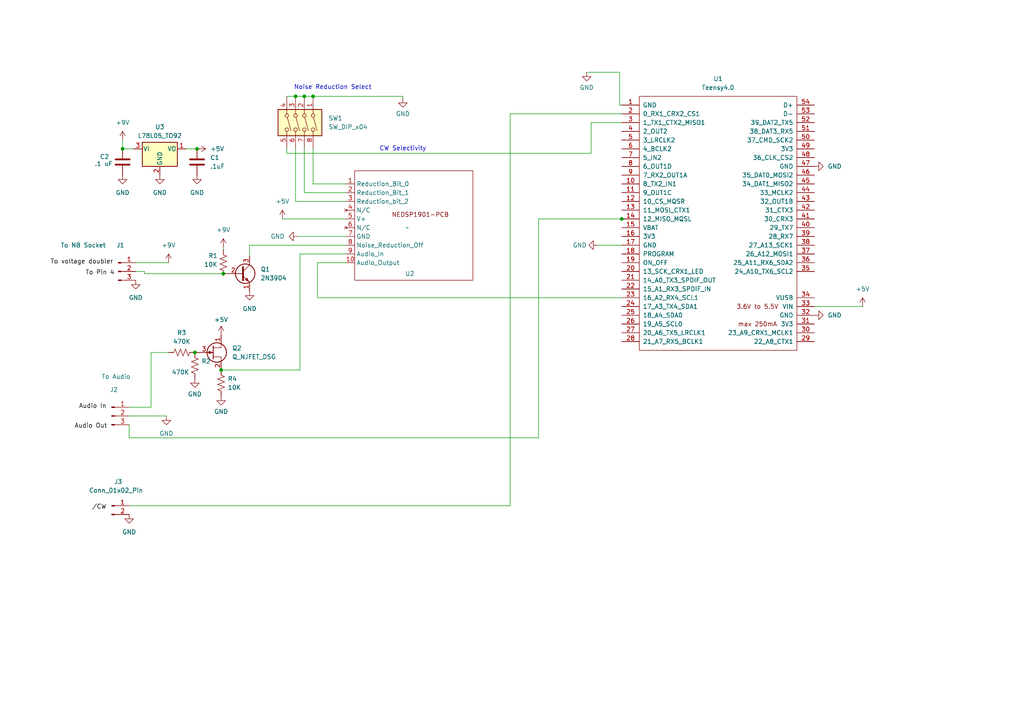
<source format=kicad_sch>
(kicad_sch
	(version 20231120)
	(generator "eeschema")
	(generator_version "8.0")
	(uuid "9c8781cc-13d6-4038-90b7-02ce18bbe1f4")
	(paper "A4")
	(lib_symbols
		(symbol "BHI_DSP:NEDSP1901-PCB"
			(exclude_from_sim no)
			(in_bom yes)
			(on_board yes)
			(property "Reference" "U"
				(at 0 0 0)
				(effects
					(font
						(size 1.27 1.27)
					)
				)
			)
			(property "Value" ""
				(at 0 0 0)
				(effects
					(font
						(size 1.27 1.27)
					)
				)
			)
			(property "Footprint" ""
				(at 0 0 0)
				(effects
					(font
						(size 1.27 1.27)
					)
					(hide yes)
				)
			)
			(property "Datasheet" ""
				(at 0 0 0)
				(effects
					(font
						(size 1.27 1.27)
					)
					(hide yes)
				)
			)
			(property "Description" ""
				(at 0 0 0)
				(effects
					(font
						(size 1.27 1.27)
					)
					(hide yes)
				)
			)
			(symbol "NEDSP1901-PCB_0_1"
				(rectangle
					(start -15.24 16.51)
					(end 19.05 -15.24)
					(stroke
						(width 0)
						(type default)
					)
					(fill
						(type none)
					)
				)
			)
			(symbol "NEDSP1901-PCB_1_1"
				(text "NEDSP1901-PCB"
					(at 3.81 3.81 0)
					(effects
						(font
							(size 1.27 1.27)
						)
					)
				)
				(pin input line
					(at -17.78 12.7 0)
					(length 2.54)
					(name "Reduction_Bit_0"
						(effects
							(font
								(size 1.27 1.27)
							)
						)
					)
					(number "1"
						(effects
							(font
								(size 1.27 1.27)
							)
						)
					)
				)
				(pin output line
					(at -17.78 -10.16 0)
					(length 2.54)
					(name "Audio_Output"
						(effects
							(font
								(size 1.27 1.27)
							)
						)
					)
					(number "10"
						(effects
							(font
								(size 1.27 1.27)
							)
						)
					)
				)
				(pin input line
					(at -17.78 10.16 0)
					(length 2.54)
					(name "Reduction_Bit_1"
						(effects
							(font
								(size 1.27 1.27)
							)
						)
					)
					(number "2"
						(effects
							(font
								(size 1.27 1.27)
							)
						)
					)
				)
				(pin input line
					(at -17.78 7.62 0)
					(length 2.54)
					(name "Reduction_bit_2"
						(effects
							(font
								(size 1.27 1.27)
							)
						)
					)
					(number "3"
						(effects
							(font
								(size 1.27 1.27)
							)
						)
					)
				)
				(pin no_connect line
					(at -17.78 5.08 0)
					(length 2.54)
					(name "N/C"
						(effects
							(font
								(size 1.27 1.27)
							)
						)
					)
					(number "4"
						(effects
							(font
								(size 1.27 1.27)
							)
						)
					)
				)
				(pin power_in line
					(at -17.78 2.54 0)
					(length 2.54)
					(name "V+"
						(effects
							(font
								(size 1.27 1.27)
							)
						)
					)
					(number "5"
						(effects
							(font
								(size 1.27 1.27)
							)
						)
					)
				)
				(pin no_connect line
					(at -17.78 0 0)
					(length 2.54)
					(name "N/C"
						(effects
							(font
								(size 1.27 1.27)
							)
						)
					)
					(number "6"
						(effects
							(font
								(size 1.27 1.27)
							)
						)
					)
				)
				(pin power_in line
					(at -17.78 -2.54 0)
					(length 2.54)
					(name "GND"
						(effects
							(font
								(size 1.27 1.27)
							)
						)
					)
					(number "7"
						(effects
							(font
								(size 1.27 1.27)
							)
						)
					)
				)
				(pin input line
					(at -17.78 -5.08 0)
					(length 2.54)
					(name "Noise_Reduction_Off"
						(effects
							(font
								(size 1.27 1.27)
							)
						)
					)
					(number "8"
						(effects
							(font
								(size 1.27 1.27)
							)
						)
					)
				)
				(pin input line
					(at -17.78 -7.62 0)
					(length 2.54)
					(name "Audio_In"
						(effects
							(font
								(size 1.27 1.27)
							)
						)
					)
					(number "9"
						(effects
							(font
								(size 1.27 1.27)
							)
						)
					)
				)
			)
		)
		(symbol "Connector:Conn_01x02_Pin"
			(pin_names
				(offset 1.016) hide)
			(exclude_from_sim no)
			(in_bom yes)
			(on_board yes)
			(property "Reference" "J"
				(at 0 2.54 0)
				(effects
					(font
						(size 1.27 1.27)
					)
				)
			)
			(property "Value" "Conn_01x02_Pin"
				(at 0 -5.08 0)
				(effects
					(font
						(size 1.27 1.27)
					)
				)
			)
			(property "Footprint" ""
				(at 0 0 0)
				(effects
					(font
						(size 1.27 1.27)
					)
					(hide yes)
				)
			)
			(property "Datasheet" "~"
				(at 0 0 0)
				(effects
					(font
						(size 1.27 1.27)
					)
					(hide yes)
				)
			)
			(property "Description" "Generic connector, single row, 01x02, script generated"
				(at 0 0 0)
				(effects
					(font
						(size 1.27 1.27)
					)
					(hide yes)
				)
			)
			(property "ki_locked" ""
				(at 0 0 0)
				(effects
					(font
						(size 1.27 1.27)
					)
				)
			)
			(property "ki_keywords" "connector"
				(at 0 0 0)
				(effects
					(font
						(size 1.27 1.27)
					)
					(hide yes)
				)
			)
			(property "ki_fp_filters" "Connector*:*_1x??_*"
				(at 0 0 0)
				(effects
					(font
						(size 1.27 1.27)
					)
					(hide yes)
				)
			)
			(symbol "Conn_01x02_Pin_1_1"
				(polyline
					(pts
						(xy 1.27 -2.54) (xy 0.8636 -2.54)
					)
					(stroke
						(width 0.1524)
						(type default)
					)
					(fill
						(type none)
					)
				)
				(polyline
					(pts
						(xy 1.27 0) (xy 0.8636 0)
					)
					(stroke
						(width 0.1524)
						(type default)
					)
					(fill
						(type none)
					)
				)
				(rectangle
					(start 0.8636 -2.413)
					(end 0 -2.667)
					(stroke
						(width 0.1524)
						(type default)
					)
					(fill
						(type outline)
					)
				)
				(rectangle
					(start 0.8636 0.127)
					(end 0 -0.127)
					(stroke
						(width 0.1524)
						(type default)
					)
					(fill
						(type outline)
					)
				)
				(pin passive line
					(at 5.08 0 180)
					(length 3.81)
					(name "Pin_1"
						(effects
							(font
								(size 1.27 1.27)
							)
						)
					)
					(number "1"
						(effects
							(font
								(size 1.27 1.27)
							)
						)
					)
				)
				(pin passive line
					(at 5.08 -2.54 180)
					(length 3.81)
					(name "Pin_2"
						(effects
							(font
								(size 1.27 1.27)
							)
						)
					)
					(number "2"
						(effects
							(font
								(size 1.27 1.27)
							)
						)
					)
				)
			)
		)
		(symbol "Connector:Conn_01x03_Pin"
			(pin_names
				(offset 1.016) hide)
			(exclude_from_sim no)
			(in_bom yes)
			(on_board yes)
			(property "Reference" "J"
				(at 0 5.08 0)
				(effects
					(font
						(size 1.27 1.27)
					)
				)
			)
			(property "Value" "Conn_01x03_Pin"
				(at 0 -5.08 0)
				(effects
					(font
						(size 1.27 1.27)
					)
				)
			)
			(property "Footprint" ""
				(at 0 0 0)
				(effects
					(font
						(size 1.27 1.27)
					)
					(hide yes)
				)
			)
			(property "Datasheet" "~"
				(at 0 0 0)
				(effects
					(font
						(size 1.27 1.27)
					)
					(hide yes)
				)
			)
			(property "Description" "Generic connector, single row, 01x03, script generated"
				(at 0 0 0)
				(effects
					(font
						(size 1.27 1.27)
					)
					(hide yes)
				)
			)
			(property "ki_locked" ""
				(at 0 0 0)
				(effects
					(font
						(size 1.27 1.27)
					)
				)
			)
			(property "ki_keywords" "connector"
				(at 0 0 0)
				(effects
					(font
						(size 1.27 1.27)
					)
					(hide yes)
				)
			)
			(property "ki_fp_filters" "Connector*:*_1x??_*"
				(at 0 0 0)
				(effects
					(font
						(size 1.27 1.27)
					)
					(hide yes)
				)
			)
			(symbol "Conn_01x03_Pin_1_1"
				(polyline
					(pts
						(xy 1.27 -2.54) (xy 0.8636 -2.54)
					)
					(stroke
						(width 0.1524)
						(type default)
					)
					(fill
						(type none)
					)
				)
				(polyline
					(pts
						(xy 1.27 0) (xy 0.8636 0)
					)
					(stroke
						(width 0.1524)
						(type default)
					)
					(fill
						(type none)
					)
				)
				(polyline
					(pts
						(xy 1.27 2.54) (xy 0.8636 2.54)
					)
					(stroke
						(width 0.1524)
						(type default)
					)
					(fill
						(type none)
					)
				)
				(rectangle
					(start 0.8636 -2.413)
					(end 0 -2.667)
					(stroke
						(width 0.1524)
						(type default)
					)
					(fill
						(type outline)
					)
				)
				(rectangle
					(start 0.8636 0.127)
					(end 0 -0.127)
					(stroke
						(width 0.1524)
						(type default)
					)
					(fill
						(type outline)
					)
				)
				(rectangle
					(start 0.8636 2.667)
					(end 0 2.413)
					(stroke
						(width 0.1524)
						(type default)
					)
					(fill
						(type outline)
					)
				)
				(pin passive line
					(at 5.08 2.54 180)
					(length 3.81)
					(name "Pin_1"
						(effects
							(font
								(size 1.27 1.27)
							)
						)
					)
					(number "1"
						(effects
							(font
								(size 1.27 1.27)
							)
						)
					)
				)
				(pin passive line
					(at 5.08 0 180)
					(length 3.81)
					(name "Pin_2"
						(effects
							(font
								(size 1.27 1.27)
							)
						)
					)
					(number "2"
						(effects
							(font
								(size 1.27 1.27)
							)
						)
					)
				)
				(pin passive line
					(at 5.08 -2.54 180)
					(length 3.81)
					(name "Pin_3"
						(effects
							(font
								(size 1.27 1.27)
							)
						)
					)
					(number "3"
						(effects
							(font
								(size 1.27 1.27)
							)
						)
					)
				)
			)
		)
		(symbol "Device:C"
			(pin_numbers hide)
			(pin_names
				(offset 0.254)
			)
			(exclude_from_sim no)
			(in_bom yes)
			(on_board yes)
			(property "Reference" "C"
				(at 0.635 2.54 0)
				(effects
					(font
						(size 1.27 1.27)
					)
					(justify left)
				)
			)
			(property "Value" "C"
				(at 0.635 -2.54 0)
				(effects
					(font
						(size 1.27 1.27)
					)
					(justify left)
				)
			)
			(property "Footprint" ""
				(at 0.9652 -3.81 0)
				(effects
					(font
						(size 1.27 1.27)
					)
					(hide yes)
				)
			)
			(property "Datasheet" "~"
				(at 0 0 0)
				(effects
					(font
						(size 1.27 1.27)
					)
					(hide yes)
				)
			)
			(property "Description" "Unpolarized capacitor"
				(at 0 0 0)
				(effects
					(font
						(size 1.27 1.27)
					)
					(hide yes)
				)
			)
			(property "ki_keywords" "cap capacitor"
				(at 0 0 0)
				(effects
					(font
						(size 1.27 1.27)
					)
					(hide yes)
				)
			)
			(property "ki_fp_filters" "C_*"
				(at 0 0 0)
				(effects
					(font
						(size 1.27 1.27)
					)
					(hide yes)
				)
			)
			(symbol "C_0_1"
				(polyline
					(pts
						(xy -2.032 -0.762) (xy 2.032 -0.762)
					)
					(stroke
						(width 0.508)
						(type default)
					)
					(fill
						(type none)
					)
				)
				(polyline
					(pts
						(xy -2.032 0.762) (xy 2.032 0.762)
					)
					(stroke
						(width 0.508)
						(type default)
					)
					(fill
						(type none)
					)
				)
			)
			(symbol "C_1_1"
				(pin passive line
					(at 0 3.81 270)
					(length 2.794)
					(name "~"
						(effects
							(font
								(size 1.27 1.27)
							)
						)
					)
					(number "1"
						(effects
							(font
								(size 1.27 1.27)
							)
						)
					)
				)
				(pin passive line
					(at 0 -3.81 90)
					(length 2.794)
					(name "~"
						(effects
							(font
								(size 1.27 1.27)
							)
						)
					)
					(number "2"
						(effects
							(font
								(size 1.27 1.27)
							)
						)
					)
				)
			)
		)
		(symbol "Device:Q_NJFET_DSG"
			(pin_names
				(offset 0) hide)
			(exclude_from_sim no)
			(in_bom yes)
			(on_board yes)
			(property "Reference" "Q"
				(at 5.08 1.27 0)
				(effects
					(font
						(size 1.27 1.27)
					)
					(justify left)
				)
			)
			(property "Value" "Q_NJFET_DSG"
				(at 5.08 -1.27 0)
				(effects
					(font
						(size 1.27 1.27)
					)
					(justify left)
				)
			)
			(property "Footprint" ""
				(at 5.08 2.54 0)
				(effects
					(font
						(size 1.27 1.27)
					)
					(hide yes)
				)
			)
			(property "Datasheet" "~"
				(at 0 0 0)
				(effects
					(font
						(size 1.27 1.27)
					)
					(hide yes)
				)
			)
			(property "Description" "N-JFET transistor, drain/source/gate"
				(at 0 0 0)
				(effects
					(font
						(size 1.27 1.27)
					)
					(hide yes)
				)
			)
			(property "ki_keywords" "transistor NJFET N-JFET"
				(at 0 0 0)
				(effects
					(font
						(size 1.27 1.27)
					)
					(hide yes)
				)
			)
			(symbol "Q_NJFET_DSG_0_1"
				(polyline
					(pts
						(xy 0.254 1.905) (xy 0.254 -1.905) (xy 0.254 -1.905)
					)
					(stroke
						(width 0.254)
						(type default)
					)
					(fill
						(type none)
					)
				)
				(polyline
					(pts
						(xy 2.54 -2.54) (xy 2.54 -1.27) (xy 0.254 -1.27)
					)
					(stroke
						(width 0)
						(type default)
					)
					(fill
						(type none)
					)
				)
				(polyline
					(pts
						(xy 2.54 2.54) (xy 2.54 1.397) (xy 0.254 1.397)
					)
					(stroke
						(width 0)
						(type default)
					)
					(fill
						(type none)
					)
				)
				(polyline
					(pts
						(xy 0 0) (xy -1.016 0.381) (xy -1.016 -0.381) (xy 0 0)
					)
					(stroke
						(width 0)
						(type default)
					)
					(fill
						(type outline)
					)
				)
				(circle
					(center 1.27 0)
					(radius 2.8194)
					(stroke
						(width 0.254)
						(type default)
					)
					(fill
						(type none)
					)
				)
			)
			(symbol "Q_NJFET_DSG_1_1"
				(pin passive line
					(at 2.54 5.08 270)
					(length 2.54)
					(name "D"
						(effects
							(font
								(size 1.27 1.27)
							)
						)
					)
					(number "1"
						(effects
							(font
								(size 1.27 1.27)
							)
						)
					)
				)
				(pin passive line
					(at 2.54 -5.08 90)
					(length 2.54)
					(name "S"
						(effects
							(font
								(size 1.27 1.27)
							)
						)
					)
					(number "2"
						(effects
							(font
								(size 1.27 1.27)
							)
						)
					)
				)
				(pin input line
					(at -5.08 0 0)
					(length 5.334)
					(name "G"
						(effects
							(font
								(size 1.27 1.27)
							)
						)
					)
					(number "3"
						(effects
							(font
								(size 1.27 1.27)
							)
						)
					)
				)
			)
		)
		(symbol "Device:R_US"
			(pin_numbers hide)
			(pin_names
				(offset 0)
			)
			(exclude_from_sim no)
			(in_bom yes)
			(on_board yes)
			(property "Reference" "R"
				(at 2.54 0 90)
				(effects
					(font
						(size 1.27 1.27)
					)
				)
			)
			(property "Value" "R_US"
				(at -2.54 0 90)
				(effects
					(font
						(size 1.27 1.27)
					)
				)
			)
			(property "Footprint" ""
				(at 1.016 -0.254 90)
				(effects
					(font
						(size 1.27 1.27)
					)
					(hide yes)
				)
			)
			(property "Datasheet" "~"
				(at 0 0 0)
				(effects
					(font
						(size 1.27 1.27)
					)
					(hide yes)
				)
			)
			(property "Description" "Resistor, US symbol"
				(at 0 0 0)
				(effects
					(font
						(size 1.27 1.27)
					)
					(hide yes)
				)
			)
			(property "ki_keywords" "R res resistor"
				(at 0 0 0)
				(effects
					(font
						(size 1.27 1.27)
					)
					(hide yes)
				)
			)
			(property "ki_fp_filters" "R_*"
				(at 0 0 0)
				(effects
					(font
						(size 1.27 1.27)
					)
					(hide yes)
				)
			)
			(symbol "R_US_0_1"
				(polyline
					(pts
						(xy 0 -2.286) (xy 0 -2.54)
					)
					(stroke
						(width 0)
						(type default)
					)
					(fill
						(type none)
					)
				)
				(polyline
					(pts
						(xy 0 2.286) (xy 0 2.54)
					)
					(stroke
						(width 0)
						(type default)
					)
					(fill
						(type none)
					)
				)
				(polyline
					(pts
						(xy 0 -0.762) (xy 1.016 -1.143) (xy 0 -1.524) (xy -1.016 -1.905) (xy 0 -2.286)
					)
					(stroke
						(width 0)
						(type default)
					)
					(fill
						(type none)
					)
				)
				(polyline
					(pts
						(xy 0 0.762) (xy 1.016 0.381) (xy 0 0) (xy -1.016 -0.381) (xy 0 -0.762)
					)
					(stroke
						(width 0)
						(type default)
					)
					(fill
						(type none)
					)
				)
				(polyline
					(pts
						(xy 0 2.286) (xy 1.016 1.905) (xy 0 1.524) (xy -1.016 1.143) (xy 0 0.762)
					)
					(stroke
						(width 0)
						(type default)
					)
					(fill
						(type none)
					)
				)
			)
			(symbol "R_US_1_1"
				(pin passive line
					(at 0 3.81 270)
					(length 1.27)
					(name "~"
						(effects
							(font
								(size 1.27 1.27)
							)
						)
					)
					(number "1"
						(effects
							(font
								(size 1.27 1.27)
							)
						)
					)
				)
				(pin passive line
					(at 0 -3.81 90)
					(length 1.27)
					(name "~"
						(effects
							(font
								(size 1.27 1.27)
							)
						)
					)
					(number "2"
						(effects
							(font
								(size 1.27 1.27)
							)
						)
					)
				)
			)
		)
		(symbol "Regulator_Linear:L78L05_TO92"
			(pin_names
				(offset 0.254)
			)
			(exclude_from_sim no)
			(in_bom yes)
			(on_board yes)
			(property "Reference" "U"
				(at -3.81 3.175 0)
				(effects
					(font
						(size 1.27 1.27)
					)
				)
			)
			(property "Value" "L78L05_TO92"
				(at 0 3.175 0)
				(effects
					(font
						(size 1.27 1.27)
					)
					(justify left)
				)
			)
			(property "Footprint" "Package_TO_SOT_THT:TO-92_Inline"
				(at 0 5.715 0)
				(effects
					(font
						(size 1.27 1.27)
						(italic yes)
					)
					(hide yes)
				)
			)
			(property "Datasheet" "http://www.st.com/content/ccc/resource/technical/document/datasheet/15/55/e5/aa/23/5b/43/fd/CD00000446.pdf/files/CD00000446.pdf/jcr:content/translations/en.CD00000446.pdf"
				(at 0 -1.27 0)
				(effects
					(font
						(size 1.27 1.27)
					)
					(hide yes)
				)
			)
			(property "Description" "Positive 100mA 30V Linear Regulator, Fixed Output 5V, TO-92"
				(at 0 0 0)
				(effects
					(font
						(size 1.27 1.27)
					)
					(hide yes)
				)
			)
			(property "ki_keywords" "Voltage Regulator 100mA Positive"
				(at 0 0 0)
				(effects
					(font
						(size 1.27 1.27)
					)
					(hide yes)
				)
			)
			(property "ki_fp_filters" "TO?92*"
				(at 0 0 0)
				(effects
					(font
						(size 1.27 1.27)
					)
					(hide yes)
				)
			)
			(symbol "L78L05_TO92_0_1"
				(rectangle
					(start -5.08 -5.08)
					(end 5.08 1.905)
					(stroke
						(width 0.254)
						(type default)
					)
					(fill
						(type background)
					)
				)
			)
			(symbol "L78L05_TO92_1_1"
				(pin power_out line
					(at 7.62 0 180)
					(length 2.54)
					(name "VO"
						(effects
							(font
								(size 1.27 1.27)
							)
						)
					)
					(number "1"
						(effects
							(font
								(size 1.27 1.27)
							)
						)
					)
				)
				(pin power_in line
					(at 0 -7.62 90)
					(length 2.54)
					(name "GND"
						(effects
							(font
								(size 1.27 1.27)
							)
						)
					)
					(number "2"
						(effects
							(font
								(size 1.27 1.27)
							)
						)
					)
				)
				(pin power_in line
					(at -7.62 0 0)
					(length 2.54)
					(name "VI"
						(effects
							(font
								(size 1.27 1.27)
							)
						)
					)
					(number "3"
						(effects
							(font
								(size 1.27 1.27)
							)
						)
					)
				)
			)
		)
		(symbol "Switch:SW_DIP_x04"
			(pin_names
				(offset 0) hide)
			(exclude_from_sim no)
			(in_bom yes)
			(on_board yes)
			(property "Reference" "SW"
				(at 0 8.89 0)
				(effects
					(font
						(size 1.27 1.27)
					)
				)
			)
			(property "Value" "SW_DIP_x04"
				(at 0 -6.35 0)
				(effects
					(font
						(size 1.27 1.27)
					)
				)
			)
			(property "Footprint" ""
				(at 0 0 0)
				(effects
					(font
						(size 1.27 1.27)
					)
					(hide yes)
				)
			)
			(property "Datasheet" "~"
				(at 0 0 0)
				(effects
					(font
						(size 1.27 1.27)
					)
					(hide yes)
				)
			)
			(property "Description" "4x DIP Switch, Single Pole Single Throw (SPST) switch, small symbol"
				(at 0 0 0)
				(effects
					(font
						(size 1.27 1.27)
					)
					(hide yes)
				)
			)
			(property "ki_keywords" "dip switch"
				(at 0 0 0)
				(effects
					(font
						(size 1.27 1.27)
					)
					(hide yes)
				)
			)
			(property "ki_fp_filters" "SW?DIP?x4*"
				(at 0 0 0)
				(effects
					(font
						(size 1.27 1.27)
					)
					(hide yes)
				)
			)
			(symbol "SW_DIP_x04_0_0"
				(circle
					(center -2.032 -2.54)
					(radius 0.508)
					(stroke
						(width 0)
						(type default)
					)
					(fill
						(type none)
					)
				)
				(circle
					(center -2.032 0)
					(radius 0.508)
					(stroke
						(width 0)
						(type default)
					)
					(fill
						(type none)
					)
				)
				(circle
					(center -2.032 2.54)
					(radius 0.508)
					(stroke
						(width 0)
						(type default)
					)
					(fill
						(type none)
					)
				)
				(circle
					(center -2.032 5.08)
					(radius 0.508)
					(stroke
						(width 0)
						(type default)
					)
					(fill
						(type none)
					)
				)
				(polyline
					(pts
						(xy -1.524 -2.3876) (xy 2.3622 -1.3462)
					)
					(stroke
						(width 0)
						(type default)
					)
					(fill
						(type none)
					)
				)
				(polyline
					(pts
						(xy -1.524 0.127) (xy 2.3622 1.1684)
					)
					(stroke
						(width 0)
						(type default)
					)
					(fill
						(type none)
					)
				)
				(polyline
					(pts
						(xy -1.524 2.667) (xy 2.3622 3.7084)
					)
					(stroke
						(width 0)
						(type default)
					)
					(fill
						(type none)
					)
				)
				(polyline
					(pts
						(xy -1.524 5.207) (xy 2.3622 6.2484)
					)
					(stroke
						(width 0)
						(type default)
					)
					(fill
						(type none)
					)
				)
				(circle
					(center 2.032 -2.54)
					(radius 0.508)
					(stroke
						(width 0)
						(type default)
					)
					(fill
						(type none)
					)
				)
				(circle
					(center 2.032 0)
					(radius 0.508)
					(stroke
						(width 0)
						(type default)
					)
					(fill
						(type none)
					)
				)
				(circle
					(center 2.032 2.54)
					(radius 0.508)
					(stroke
						(width 0)
						(type default)
					)
					(fill
						(type none)
					)
				)
				(circle
					(center 2.032 5.08)
					(radius 0.508)
					(stroke
						(width 0)
						(type default)
					)
					(fill
						(type none)
					)
				)
			)
			(symbol "SW_DIP_x04_0_1"
				(rectangle
					(start -3.81 7.62)
					(end 3.81 -5.08)
					(stroke
						(width 0.254)
						(type default)
					)
					(fill
						(type background)
					)
				)
			)
			(symbol "SW_DIP_x04_1_1"
				(pin passive line
					(at -7.62 5.08 0)
					(length 5.08)
					(name "~"
						(effects
							(font
								(size 1.27 1.27)
							)
						)
					)
					(number "1"
						(effects
							(font
								(size 1.27 1.27)
							)
						)
					)
				)
				(pin passive line
					(at -7.62 2.54 0)
					(length 5.08)
					(name "~"
						(effects
							(font
								(size 1.27 1.27)
							)
						)
					)
					(number "2"
						(effects
							(font
								(size 1.27 1.27)
							)
						)
					)
				)
				(pin passive line
					(at -7.62 0 0)
					(length 5.08)
					(name "~"
						(effects
							(font
								(size 1.27 1.27)
							)
						)
					)
					(number "3"
						(effects
							(font
								(size 1.27 1.27)
							)
						)
					)
				)
				(pin passive line
					(at -7.62 -2.54 0)
					(length 5.08)
					(name "~"
						(effects
							(font
								(size 1.27 1.27)
							)
						)
					)
					(number "4"
						(effects
							(font
								(size 1.27 1.27)
							)
						)
					)
				)
				(pin passive line
					(at 7.62 -2.54 180)
					(length 5.08)
					(name "~"
						(effects
							(font
								(size 1.27 1.27)
							)
						)
					)
					(number "5"
						(effects
							(font
								(size 1.27 1.27)
							)
						)
					)
				)
				(pin passive line
					(at 7.62 0 180)
					(length 5.08)
					(name "~"
						(effects
							(font
								(size 1.27 1.27)
							)
						)
					)
					(number "6"
						(effects
							(font
								(size 1.27 1.27)
							)
						)
					)
				)
				(pin passive line
					(at 7.62 2.54 180)
					(length 5.08)
					(name "~"
						(effects
							(font
								(size 1.27 1.27)
							)
						)
					)
					(number "7"
						(effects
							(font
								(size 1.27 1.27)
							)
						)
					)
				)
				(pin passive line
					(at 7.62 5.08 180)
					(length 5.08)
					(name "~"
						(effects
							(font
								(size 1.27 1.27)
							)
						)
					)
					(number "8"
						(effects
							(font
								(size 1.27 1.27)
							)
						)
					)
				)
			)
		)
		(symbol "Teensy:Teensy4.0"
			(pin_names
				(offset 1.016)
			)
			(exclude_from_sim no)
			(in_bom yes)
			(on_board yes)
			(property "Reference" "U"
				(at 0 39.37 0)
				(effects
					(font
						(size 1.27 1.27)
					)
				)
			)
			(property "Value" "Teensy4.0"
				(at 0 -39.37 0)
				(effects
					(font
						(size 1.27 1.27)
					)
				)
			)
			(property "Footprint" ""
				(at -10.16 5.08 0)
				(effects
					(font
						(size 1.27 1.27)
					)
					(hide yes)
				)
			)
			(property "Datasheet" ""
				(at -10.16 5.08 0)
				(effects
					(font
						(size 1.27 1.27)
					)
					(hide yes)
				)
			)
			(property "Description" ""
				(at 0 0 0)
				(effects
					(font
						(size 1.27 1.27)
					)
					(hide yes)
				)
			)
			(symbol "Teensy4.0_0_0"
				(text "3.6V to 5.5V"
					(at 11.43 -24.13 0)
					(effects
						(font
							(size 1.27 1.27)
						)
					)
				)
				(text "max 250mA"
					(at 11.43 -29.21 0)
					(effects
						(font
							(size 1.27 1.27)
						)
					)
				)
				(pin bidirectional line
					(at -27.94 11.43 0)
					(length 5.08)
					(name "8_TX2_IN1"
						(effects
							(font
								(size 1.27 1.27)
							)
						)
					)
					(number "10"
						(effects
							(font
								(size 1.27 1.27)
							)
						)
					)
				)
				(pin bidirectional line
					(at -27.94 8.89 0)
					(length 5.08)
					(name "9_OUT1C"
						(effects
							(font
								(size 1.27 1.27)
							)
						)
					)
					(number "11"
						(effects
							(font
								(size 1.27 1.27)
							)
						)
					)
				)
				(pin bidirectional line
					(at -27.94 6.35 0)
					(length 5.08)
					(name "10_CS_MQSR"
						(effects
							(font
								(size 1.27 1.27)
							)
						)
					)
					(number "12"
						(effects
							(font
								(size 1.27 1.27)
							)
						)
					)
				)
				(pin bidirectional line
					(at -27.94 3.81 0)
					(length 5.08)
					(name "11_MOSI_CTX1"
						(effects
							(font
								(size 1.27 1.27)
							)
						)
					)
					(number "13"
						(effects
							(font
								(size 1.27 1.27)
							)
						)
					)
				)
				(pin bidirectional line
					(at -27.94 1.27 0)
					(length 5.08)
					(name "12_MISO_MQSL"
						(effects
							(font
								(size 1.27 1.27)
							)
						)
					)
					(number "14"
						(effects
							(font
								(size 1.27 1.27)
							)
						)
					)
				)
				(pin power_in line
					(at -27.94 -1.27 0)
					(length 5.08)
					(name "VBAT"
						(effects
							(font
								(size 1.27 1.27)
							)
						)
					)
					(number "15"
						(effects
							(font
								(size 1.27 1.27)
							)
						)
					)
				)
				(pin power_in line
					(at -27.94 -3.81 0)
					(length 5.08)
					(name "3V3"
						(effects
							(font
								(size 1.27 1.27)
							)
						)
					)
					(number "16"
						(effects
							(font
								(size 1.27 1.27)
							)
						)
					)
				)
				(pin power_in line
					(at -27.94 -6.35 0)
					(length 5.08)
					(name "GND"
						(effects
							(font
								(size 1.27 1.27)
							)
						)
					)
					(number "17"
						(effects
							(font
								(size 1.27 1.27)
							)
						)
					)
				)
				(pin input line
					(at -27.94 -8.89 0)
					(length 5.08)
					(name "PROGRAM"
						(effects
							(font
								(size 1.27 1.27)
							)
						)
					)
					(number "18"
						(effects
							(font
								(size 1.27 1.27)
							)
						)
					)
				)
				(pin input line
					(at -27.94 -11.43 0)
					(length 5.08)
					(name "ON_OFF"
						(effects
							(font
								(size 1.27 1.27)
							)
						)
					)
					(number "19"
						(effects
							(font
								(size 1.27 1.27)
							)
						)
					)
				)
				(pin bidirectional line
					(at -27.94 -13.97 0)
					(length 5.08)
					(name "13_SCK_CRX1_LED"
						(effects
							(font
								(size 1.27 1.27)
							)
						)
					)
					(number "20"
						(effects
							(font
								(size 1.27 1.27)
							)
						)
					)
				)
				(pin bidirectional line
					(at -27.94 -16.51 0)
					(length 5.08)
					(name "14_A0_TX3_SPDIF_OUT"
						(effects
							(font
								(size 1.27 1.27)
							)
						)
					)
					(number "21"
						(effects
							(font
								(size 1.27 1.27)
							)
						)
					)
				)
				(pin bidirectional line
					(at -27.94 -19.05 0)
					(length 5.08)
					(name "15_A1_RX3_SPDIF_IN"
						(effects
							(font
								(size 1.27 1.27)
							)
						)
					)
					(number "22"
						(effects
							(font
								(size 1.27 1.27)
							)
						)
					)
				)
				(pin bidirectional line
					(at -27.94 -21.59 0)
					(length 5.08)
					(name "16_A2_RX4_SCL1"
						(effects
							(font
								(size 1.27 1.27)
							)
						)
					)
					(number "23"
						(effects
							(font
								(size 1.27 1.27)
							)
						)
					)
				)
				(pin bidirectional line
					(at -27.94 -24.13 0)
					(length 5.08)
					(name "17_A3_TX4_SDA1"
						(effects
							(font
								(size 1.27 1.27)
							)
						)
					)
					(number "24"
						(effects
							(font
								(size 1.27 1.27)
							)
						)
					)
				)
				(pin bidirectional line
					(at -27.94 -26.67 0)
					(length 5.08)
					(name "18_A4_SDA0"
						(effects
							(font
								(size 1.27 1.27)
							)
						)
					)
					(number "25"
						(effects
							(font
								(size 1.27 1.27)
							)
						)
					)
				)
				(pin bidirectional line
					(at -27.94 -29.21 0)
					(length 5.08)
					(name "19_A5_SCL0"
						(effects
							(font
								(size 1.27 1.27)
							)
						)
					)
					(number "26"
						(effects
							(font
								(size 1.27 1.27)
							)
						)
					)
				)
				(pin bidirectional line
					(at -27.94 -31.75 0)
					(length 5.08)
					(name "20_A6_TX5_LRCLK1"
						(effects
							(font
								(size 1.27 1.27)
							)
						)
					)
					(number "27"
						(effects
							(font
								(size 1.27 1.27)
							)
						)
					)
				)
				(pin bidirectional line
					(at -27.94 -34.29 0)
					(length 5.08)
					(name "21_A7_RX5_BCLK1"
						(effects
							(font
								(size 1.27 1.27)
							)
						)
					)
					(number "28"
						(effects
							(font
								(size 1.27 1.27)
							)
						)
					)
				)
				(pin bidirectional line
					(at 27.94 -34.29 180)
					(length 5.08)
					(name "22_A8_CTX1"
						(effects
							(font
								(size 1.27 1.27)
							)
						)
					)
					(number "29"
						(effects
							(font
								(size 1.27 1.27)
							)
						)
					)
				)
				(pin bidirectional line
					(at 27.94 -31.75 180)
					(length 5.08)
					(name "23_A9_CRX1_MCLK1"
						(effects
							(font
								(size 1.27 1.27)
							)
						)
					)
					(number "30"
						(effects
							(font
								(size 1.27 1.27)
							)
						)
					)
				)
				(pin power_out line
					(at 27.94 -29.21 180)
					(length 5.08)
					(name "3V3"
						(effects
							(font
								(size 1.27 1.27)
							)
						)
					)
					(number "31"
						(effects
							(font
								(size 1.27 1.27)
							)
						)
					)
				)
				(pin power_in line
					(at 27.94 -26.67 180)
					(length 5.08)
					(name "GND"
						(effects
							(font
								(size 1.27 1.27)
							)
						)
					)
					(number "32"
						(effects
							(font
								(size 1.27 1.27)
							)
						)
					)
				)
				(pin power_in line
					(at 27.94 -24.13 180)
					(length 5.08)
					(name "VIN"
						(effects
							(font
								(size 1.27 1.27)
							)
						)
					)
					(number "33"
						(effects
							(font
								(size 1.27 1.27)
							)
						)
					)
				)
				(pin power_out line
					(at 27.94 -21.59 180)
					(length 5.08)
					(name "VUSB"
						(effects
							(font
								(size 1.27 1.27)
							)
						)
					)
					(number "34"
						(effects
							(font
								(size 1.27 1.27)
							)
						)
					)
				)
				(pin bidirectional line
					(at 27.94 -13.97 180)
					(length 5.08)
					(name "24_A10_TX6_SCL2"
						(effects
							(font
								(size 1.27 1.27)
							)
						)
					)
					(number "35"
						(effects
							(font
								(size 1.27 1.27)
							)
						)
					)
				)
				(pin bidirectional line
					(at 27.94 -11.43 180)
					(length 5.08)
					(name "25_A11_RX6_SDA2"
						(effects
							(font
								(size 1.27 1.27)
							)
						)
					)
					(number "36"
						(effects
							(font
								(size 1.27 1.27)
							)
						)
					)
				)
				(pin bidirectional line
					(at 27.94 -8.89 180)
					(length 5.08)
					(name "26_A12_MOSI1"
						(effects
							(font
								(size 1.27 1.27)
							)
						)
					)
					(number "37"
						(effects
							(font
								(size 1.27 1.27)
							)
						)
					)
				)
				(pin bidirectional line
					(at 27.94 -6.35 180)
					(length 5.08)
					(name "27_A13_SCK1"
						(effects
							(font
								(size 1.27 1.27)
							)
						)
					)
					(number "38"
						(effects
							(font
								(size 1.27 1.27)
							)
						)
					)
				)
				(pin bidirectional line
					(at 27.94 -3.81 180)
					(length 5.08)
					(name "28_RX7"
						(effects
							(font
								(size 1.27 1.27)
							)
						)
					)
					(number "39"
						(effects
							(font
								(size 1.27 1.27)
							)
						)
					)
				)
				(pin bidirectional line
					(at 27.94 -1.27 180)
					(length 5.08)
					(name "29_TX7"
						(effects
							(font
								(size 1.27 1.27)
							)
						)
					)
					(number "40"
						(effects
							(font
								(size 1.27 1.27)
							)
						)
					)
				)
				(pin bidirectional line
					(at 27.94 1.27 180)
					(length 5.08)
					(name "30_CRX3"
						(effects
							(font
								(size 1.27 1.27)
							)
						)
					)
					(number "41"
						(effects
							(font
								(size 1.27 1.27)
							)
						)
					)
				)
				(pin bidirectional line
					(at 27.94 3.81 180)
					(length 5.08)
					(name "31_CTX3"
						(effects
							(font
								(size 1.27 1.27)
							)
						)
					)
					(number "42"
						(effects
							(font
								(size 1.27 1.27)
							)
						)
					)
				)
				(pin bidirectional line
					(at 27.94 6.35 180)
					(length 5.08)
					(name "32_OUT1B"
						(effects
							(font
								(size 1.27 1.27)
							)
						)
					)
					(number "43"
						(effects
							(font
								(size 1.27 1.27)
							)
						)
					)
				)
				(pin bidirectional line
					(at 27.94 8.89 180)
					(length 5.08)
					(name "33_MCLK2"
						(effects
							(font
								(size 1.27 1.27)
							)
						)
					)
					(number "44"
						(effects
							(font
								(size 1.27 1.27)
							)
						)
					)
				)
				(pin bidirectional line
					(at 27.94 11.43 180)
					(length 5.08)
					(name "34_DAT1_MISO2"
						(effects
							(font
								(size 1.27 1.27)
							)
						)
					)
					(number "45"
						(effects
							(font
								(size 1.27 1.27)
							)
						)
					)
				)
				(pin bidirectional line
					(at 27.94 13.97 180)
					(length 5.08)
					(name "35_DAT0_MOSI2"
						(effects
							(font
								(size 1.27 1.27)
							)
						)
					)
					(number "46"
						(effects
							(font
								(size 1.27 1.27)
							)
						)
					)
				)
				(pin power_out line
					(at 27.94 16.51 180)
					(length 5.08)
					(name "GND"
						(effects
							(font
								(size 1.27 1.27)
							)
						)
					)
					(number "47"
						(effects
							(font
								(size 1.27 1.27)
							)
						)
					)
				)
				(pin bidirectional line
					(at 27.94 19.05 180)
					(length 5.08)
					(name "36_CLK_CS2"
						(effects
							(font
								(size 1.27 1.27)
							)
						)
					)
					(number "48"
						(effects
							(font
								(size 1.27 1.27)
							)
						)
					)
				)
				(pin power_out line
					(at 27.94 21.59 180)
					(length 5.08)
					(name "3V3"
						(effects
							(font
								(size 1.27 1.27)
							)
						)
					)
					(number "49"
						(effects
							(font
								(size 1.27 1.27)
							)
						)
					)
				)
				(pin bidirectional line
					(at -27.94 24.13 0)
					(length 5.08)
					(name "3_LRCLK2"
						(effects
							(font
								(size 1.27 1.27)
							)
						)
					)
					(number "5"
						(effects
							(font
								(size 1.27 1.27)
							)
						)
					)
				)
				(pin bidirectional line
					(at 27.94 24.13 180)
					(length 5.08)
					(name "37_CMD_SCK2"
						(effects
							(font
								(size 1.27 1.27)
							)
						)
					)
					(number "50"
						(effects
							(font
								(size 1.27 1.27)
							)
						)
					)
				)
				(pin bidirectional line
					(at 27.94 26.67 180)
					(length 5.08)
					(name "38_DAT3_RX5"
						(effects
							(font
								(size 1.27 1.27)
							)
						)
					)
					(number "51"
						(effects
							(font
								(size 1.27 1.27)
							)
						)
					)
				)
				(pin bidirectional line
					(at 27.94 29.21 180)
					(length 5.08)
					(name "39_DAT2_TX5"
						(effects
							(font
								(size 1.27 1.27)
							)
						)
					)
					(number "52"
						(effects
							(font
								(size 1.27 1.27)
							)
						)
					)
				)
				(pin bidirectional line
					(at 27.94 31.75 180)
					(length 5.08)
					(name "D-"
						(effects
							(font
								(size 1.27 1.27)
							)
						)
					)
					(number "53"
						(effects
							(font
								(size 1.27 1.27)
							)
						)
					)
				)
				(pin bidirectional line
					(at 27.94 34.29 180)
					(length 5.08)
					(name "D+"
						(effects
							(font
								(size 1.27 1.27)
							)
						)
					)
					(number "54"
						(effects
							(font
								(size 1.27 1.27)
							)
						)
					)
				)
				(pin bidirectional line
					(at -27.94 21.59 0)
					(length 5.08)
					(name "4_BCLK2"
						(effects
							(font
								(size 1.27 1.27)
							)
						)
					)
					(number "6"
						(effects
							(font
								(size 1.27 1.27)
							)
						)
					)
				)
				(pin bidirectional line
					(at -27.94 19.05 0)
					(length 5.08)
					(name "5_IN2"
						(effects
							(font
								(size 1.27 1.27)
							)
						)
					)
					(number "7"
						(effects
							(font
								(size 1.27 1.27)
							)
						)
					)
				)
				(pin bidirectional line
					(at -27.94 16.51 0)
					(length 5.08)
					(name "6_OUT1D"
						(effects
							(font
								(size 1.27 1.27)
							)
						)
					)
					(number "8"
						(effects
							(font
								(size 1.27 1.27)
							)
						)
					)
				)
				(pin bidirectional line
					(at -27.94 13.97 0)
					(length 5.08)
					(name "7_RX2_OUT1A"
						(effects
							(font
								(size 1.27 1.27)
							)
						)
					)
					(number "9"
						(effects
							(font
								(size 1.27 1.27)
							)
						)
					)
				)
			)
			(symbol "Teensy4.0_0_1"
				(rectangle
					(start -22.86 36.83)
					(end 22.86 -36.83)
					(stroke
						(width 0)
						(type solid)
					)
					(fill
						(type none)
					)
				)
				(rectangle
					(start -20.32 -31.75)
					(end -20.32 -31.75)
					(stroke
						(width 0)
						(type solid)
					)
					(fill
						(type none)
					)
				)
			)
			(symbol "Teensy4.0_1_1"
				(pin power_in line
					(at -27.94 34.29 0)
					(length 5.08)
					(name "GND"
						(effects
							(font
								(size 1.27 1.27)
							)
						)
					)
					(number "1"
						(effects
							(font
								(size 1.27 1.27)
							)
						)
					)
				)
				(pin bidirectional line
					(at -27.94 31.75 0)
					(length 5.08)
					(name "0_RX1_CRX2_CS1"
						(effects
							(font
								(size 1.27 1.27)
							)
						)
					)
					(number "2"
						(effects
							(font
								(size 1.27 1.27)
							)
						)
					)
				)
				(pin bidirectional line
					(at -27.94 29.21 0)
					(length 5.08)
					(name "1_TX1_CTX2_MISO1"
						(effects
							(font
								(size 1.27 1.27)
							)
						)
					)
					(number "3"
						(effects
							(font
								(size 1.27 1.27)
							)
						)
					)
				)
				(pin bidirectional line
					(at -27.94 26.67 0)
					(length 5.08)
					(name "2_OUT2"
						(effects
							(font
								(size 1.27 1.27)
							)
						)
					)
					(number "4"
						(effects
							(font
								(size 1.27 1.27)
							)
						)
					)
				)
			)
		)
		(symbol "Transistor_BJT:2N3904"
			(pin_names
				(offset 0) hide)
			(exclude_from_sim no)
			(in_bom yes)
			(on_board yes)
			(property "Reference" "Q"
				(at 5.08 1.905 0)
				(effects
					(font
						(size 1.27 1.27)
					)
					(justify left)
				)
			)
			(property "Value" "2N3904"
				(at 5.08 0 0)
				(effects
					(font
						(size 1.27 1.27)
					)
					(justify left)
				)
			)
			(property "Footprint" "Package_TO_SOT_THT:TO-92_Inline"
				(at 5.08 -1.905 0)
				(effects
					(font
						(size 1.27 1.27)
						(italic yes)
					)
					(justify left)
					(hide yes)
				)
			)
			(property "Datasheet" "https://www.onsemi.com/pub/Collateral/2N3903-D.PDF"
				(at 0 0 0)
				(effects
					(font
						(size 1.27 1.27)
					)
					(justify left)
					(hide yes)
				)
			)
			(property "Description" "0.2A Ic, 40V Vce, Small Signal NPN Transistor, TO-92"
				(at 0 0 0)
				(effects
					(font
						(size 1.27 1.27)
					)
					(hide yes)
				)
			)
			(property "ki_keywords" "NPN Transistor"
				(at 0 0 0)
				(effects
					(font
						(size 1.27 1.27)
					)
					(hide yes)
				)
			)
			(property "ki_fp_filters" "TO?92*"
				(at 0 0 0)
				(effects
					(font
						(size 1.27 1.27)
					)
					(hide yes)
				)
			)
			(symbol "2N3904_0_1"
				(polyline
					(pts
						(xy 0.635 0.635) (xy 2.54 2.54)
					)
					(stroke
						(width 0)
						(type default)
					)
					(fill
						(type none)
					)
				)
				(polyline
					(pts
						(xy 0.635 -0.635) (xy 2.54 -2.54) (xy 2.54 -2.54)
					)
					(stroke
						(width 0)
						(type default)
					)
					(fill
						(type none)
					)
				)
				(polyline
					(pts
						(xy 0.635 1.905) (xy 0.635 -1.905) (xy 0.635 -1.905)
					)
					(stroke
						(width 0.508)
						(type default)
					)
					(fill
						(type none)
					)
				)
				(polyline
					(pts
						(xy 1.27 -1.778) (xy 1.778 -1.27) (xy 2.286 -2.286) (xy 1.27 -1.778) (xy 1.27 -1.778)
					)
					(stroke
						(width 0)
						(type default)
					)
					(fill
						(type outline)
					)
				)
				(circle
					(center 1.27 0)
					(radius 2.8194)
					(stroke
						(width 0.254)
						(type default)
					)
					(fill
						(type none)
					)
				)
			)
			(symbol "2N3904_1_1"
				(pin passive line
					(at 2.54 -5.08 90)
					(length 2.54)
					(name "E"
						(effects
							(font
								(size 1.27 1.27)
							)
						)
					)
					(number "1"
						(effects
							(font
								(size 1.27 1.27)
							)
						)
					)
				)
				(pin passive line
					(at -5.08 0 0)
					(length 5.715)
					(name "B"
						(effects
							(font
								(size 1.27 1.27)
							)
						)
					)
					(number "2"
						(effects
							(font
								(size 1.27 1.27)
							)
						)
					)
				)
				(pin passive line
					(at 2.54 5.08 270)
					(length 2.54)
					(name "C"
						(effects
							(font
								(size 1.27 1.27)
							)
						)
					)
					(number "3"
						(effects
							(font
								(size 1.27 1.27)
							)
						)
					)
				)
			)
		)
		(symbol "power:+5V"
			(power)
			(pin_names
				(offset 0)
			)
			(exclude_from_sim no)
			(in_bom yes)
			(on_board yes)
			(property "Reference" "#PWR"
				(at 0 -3.81 0)
				(effects
					(font
						(size 1.27 1.27)
					)
					(hide yes)
				)
			)
			(property "Value" "+5V"
				(at 0 3.556 0)
				(effects
					(font
						(size 1.27 1.27)
					)
				)
			)
			(property "Footprint" ""
				(at 0 0 0)
				(effects
					(font
						(size 1.27 1.27)
					)
					(hide yes)
				)
			)
			(property "Datasheet" ""
				(at 0 0 0)
				(effects
					(font
						(size 1.27 1.27)
					)
					(hide yes)
				)
			)
			(property "Description" "Power symbol creates a global label with name \"+5V\""
				(at 0 0 0)
				(effects
					(font
						(size 1.27 1.27)
					)
					(hide yes)
				)
			)
			(property "ki_keywords" "global power"
				(at 0 0 0)
				(effects
					(font
						(size 1.27 1.27)
					)
					(hide yes)
				)
			)
			(symbol "+5V_0_1"
				(polyline
					(pts
						(xy -0.762 1.27) (xy 0 2.54)
					)
					(stroke
						(width 0)
						(type default)
					)
					(fill
						(type none)
					)
				)
				(polyline
					(pts
						(xy 0 0) (xy 0 2.54)
					)
					(stroke
						(width 0)
						(type default)
					)
					(fill
						(type none)
					)
				)
				(polyline
					(pts
						(xy 0 2.54) (xy 0.762 1.27)
					)
					(stroke
						(width 0)
						(type default)
					)
					(fill
						(type none)
					)
				)
			)
			(symbol "+5V_1_1"
				(pin power_in line
					(at 0 0 90)
					(length 0) hide
					(name "+5V"
						(effects
							(font
								(size 1.27 1.27)
							)
						)
					)
					(number "1"
						(effects
							(font
								(size 1.27 1.27)
							)
						)
					)
				)
			)
		)
		(symbol "power:+9V"
			(power)
			(pin_names
				(offset 0)
			)
			(exclude_from_sim no)
			(in_bom yes)
			(on_board yes)
			(property "Reference" "#PWR"
				(at 0 -3.81 0)
				(effects
					(font
						(size 1.27 1.27)
					)
					(hide yes)
				)
			)
			(property "Value" "+9V"
				(at 0 3.556 0)
				(effects
					(font
						(size 1.27 1.27)
					)
				)
			)
			(property "Footprint" ""
				(at 0 0 0)
				(effects
					(font
						(size 1.27 1.27)
					)
					(hide yes)
				)
			)
			(property "Datasheet" ""
				(at 0 0 0)
				(effects
					(font
						(size 1.27 1.27)
					)
					(hide yes)
				)
			)
			(property "Description" "Power symbol creates a global label with name \"+9V\""
				(at 0 0 0)
				(effects
					(font
						(size 1.27 1.27)
					)
					(hide yes)
				)
			)
			(property "ki_keywords" "global power"
				(at 0 0 0)
				(effects
					(font
						(size 1.27 1.27)
					)
					(hide yes)
				)
			)
			(symbol "+9V_0_1"
				(polyline
					(pts
						(xy -0.762 1.27) (xy 0 2.54)
					)
					(stroke
						(width 0)
						(type default)
					)
					(fill
						(type none)
					)
				)
				(polyline
					(pts
						(xy 0 0) (xy 0 2.54)
					)
					(stroke
						(width 0)
						(type default)
					)
					(fill
						(type none)
					)
				)
				(polyline
					(pts
						(xy 0 2.54) (xy 0.762 1.27)
					)
					(stroke
						(width 0)
						(type default)
					)
					(fill
						(type none)
					)
				)
			)
			(symbol "+9V_1_1"
				(pin power_in line
					(at 0 0 90)
					(length 0) hide
					(name "+9V"
						(effects
							(font
								(size 1.27 1.27)
							)
						)
					)
					(number "1"
						(effects
							(font
								(size 1.27 1.27)
							)
						)
					)
				)
			)
		)
		(symbol "power:GND"
			(power)
			(pin_names
				(offset 0)
			)
			(exclude_from_sim no)
			(in_bom yes)
			(on_board yes)
			(property "Reference" "#PWR"
				(at 0 -6.35 0)
				(effects
					(font
						(size 1.27 1.27)
					)
					(hide yes)
				)
			)
			(property "Value" "GND"
				(at 0 -3.81 0)
				(effects
					(font
						(size 1.27 1.27)
					)
				)
			)
			(property "Footprint" ""
				(at 0 0 0)
				(effects
					(font
						(size 1.27 1.27)
					)
					(hide yes)
				)
			)
			(property "Datasheet" ""
				(at 0 0 0)
				(effects
					(font
						(size 1.27 1.27)
					)
					(hide yes)
				)
			)
			(property "Description" "Power symbol creates a global label with name \"GND\" , ground"
				(at 0 0 0)
				(effects
					(font
						(size 1.27 1.27)
					)
					(hide yes)
				)
			)
			(property "ki_keywords" "global power"
				(at 0 0 0)
				(effects
					(font
						(size 1.27 1.27)
					)
					(hide yes)
				)
			)
			(symbol "GND_0_1"
				(polyline
					(pts
						(xy 0 0) (xy 0 -1.27) (xy 1.27 -1.27) (xy 0 -2.54) (xy -1.27 -1.27) (xy 0 -1.27)
					)
					(stroke
						(width 0)
						(type default)
					)
					(fill
						(type none)
					)
				)
			)
			(symbol "GND_1_1"
				(pin power_in line
					(at 0 0 270)
					(length 0) hide
					(name "GND"
						(effects
							(font
								(size 1.27 1.27)
							)
						)
					)
					(number "1"
						(effects
							(font
								(size 1.27 1.27)
							)
						)
					)
				)
			)
		)
	)
	(junction
		(at 35.56 43.18)
		(diameter 0)
		(color 0 0 0 0)
		(uuid "02770737-f0ab-4420-b0f5-c870e22b2877")
	)
	(junction
		(at 180.34 63.5)
		(diameter 0)
		(color 0 0 0 0)
		(uuid "41a5c766-47e4-457a-931a-3f3a7f752f38")
	)
	(junction
		(at 57.15 43.18)
		(diameter 0)
		(color 0 0 0 0)
		(uuid "49d30f5c-966a-494b-b376-10df3c35f40c")
	)
	(junction
		(at 64.77 79.375)
		(diameter 0)
		(color 0 0 0 0)
		(uuid "58c78242-d173-4931-a767-d47f14b307ca")
	)
	(junction
		(at 56.515 102.235)
		(diameter 0)
		(color 0 0 0 0)
		(uuid "80bd4fa9-46a2-4ba5-86db-323617ceb434")
	)
	(junction
		(at 64.135 107.315)
		(diameter 0)
		(color 0 0 0 0)
		(uuid "a00a6e88-7c81-4795-bddb-6bf91754d139")
	)
	(junction
		(at 90.805 27.94)
		(diameter 0)
		(color 0 0 0 0)
		(uuid "b871299c-ed85-475d-93f4-6723c9fcac69")
	)
	(junction
		(at 88.265 27.94)
		(diameter 0)
		(color 0 0 0 0)
		(uuid "e50db77c-b9c8-4aa0-87e4-7cd056aa5d13")
	)
	(junction
		(at 85.725 27.94)
		(diameter 0)
		(color 0 0 0 0)
		(uuid "e8307bf9-ad88-46e2-b7c2-f9518d0f8cfa")
	)
	(wire
		(pts
			(xy 83.185 44.45) (xy 171.45 44.45)
		)
		(stroke
			(width 0)
			(type default)
		)
		(uuid "00137da6-56ef-4587-a895-5f6eff616f7d")
	)
	(wire
		(pts
			(xy 41.91 79.375) (xy 64.77 79.375)
		)
		(stroke
			(width 0)
			(type default)
		)
		(uuid "08264140-8fce-4c58-958b-3a37b314eadc")
	)
	(wire
		(pts
			(xy 41.91 78.74) (xy 39.37 78.74)
		)
		(stroke
			(width 0)
			(type default)
		)
		(uuid "09119b73-034a-4656-81b0-326733be47d8")
	)
	(wire
		(pts
			(xy 90.805 27.94) (xy 116.84 27.94)
		)
		(stroke
			(width 0)
			(type default)
		)
		(uuid "0d16fb0f-08da-49cd-9d68-64e9f55574c6")
	)
	(wire
		(pts
			(xy 180.34 33.02) (xy 147.955 33.02)
		)
		(stroke
			(width 0)
			(type default)
		)
		(uuid "0da287c8-8ea4-4d56-8208-146e0359c797")
	)
	(wire
		(pts
			(xy 90.805 43.18) (xy 90.805 53.34)
		)
		(stroke
			(width 0)
			(type default)
		)
		(uuid "0f9e42d1-42d9-42af-ad0e-773d7eda854e")
	)
	(wire
		(pts
			(xy 236.22 88.9) (xy 250.19 88.9)
		)
		(stroke
			(width 0)
			(type default)
		)
		(uuid "11d03a22-c69b-4bce-bdc8-8744fa4d7046")
	)
	(wire
		(pts
			(xy 37.465 120.65) (xy 48.26 120.65)
		)
		(stroke
			(width 0)
			(type default)
		)
		(uuid "1456d2c4-c246-4e10-8739-4c93bf1e4706")
	)
	(wire
		(pts
			(xy 48.895 102.235) (xy 43.815 102.235)
		)
		(stroke
			(width 0)
			(type default)
		)
		(uuid "162df278-8763-4022-804d-393c238e0e11")
	)
	(wire
		(pts
			(xy 43.815 118.11) (xy 37.465 118.11)
		)
		(stroke
			(width 0)
			(type default)
		)
		(uuid "20291a9a-1914-4637-a89b-325e51700def")
	)
	(wire
		(pts
			(xy 88.265 27.94) (xy 90.805 27.94)
		)
		(stroke
			(width 0)
			(type default)
		)
		(uuid "2ad2dc23-b61b-42c4-bc43-d550fc3316b8")
	)
	(wire
		(pts
			(xy 92.075 86.36) (xy 92.075 76.2)
		)
		(stroke
			(width 0)
			(type default)
		)
		(uuid "2d981c0b-7722-40fc-a0a7-27bf2e57aee6")
	)
	(wire
		(pts
			(xy 53.975 43.18) (xy 57.15 43.18)
		)
		(stroke
			(width 0)
			(type default)
		)
		(uuid "37b606de-afda-4112-b118-f6732b3953b5")
	)
	(wire
		(pts
			(xy 156.21 63.5) (xy 156.21 127)
		)
		(stroke
			(width 0)
			(type default)
		)
		(uuid "3a4bcd13-7a9e-47ea-8471-c312af3c15c1")
	)
	(wire
		(pts
			(xy 92.075 76.2) (xy 100.33 76.2)
		)
		(stroke
			(width 0)
			(type default)
		)
		(uuid "3e5563f8-a660-4c67-9d04-5260820c0b21")
	)
	(wire
		(pts
			(xy 173.355 71.12) (xy 180.34 71.12)
		)
		(stroke
			(width 0)
			(type default)
		)
		(uuid "460da5ef-4f50-4c59-a59a-80cd015cd129")
	)
	(wire
		(pts
			(xy 180.34 86.36) (xy 92.075 86.36)
		)
		(stroke
			(width 0)
			(type default)
		)
		(uuid "50d39b28-7b6c-4d40-999a-70a08d2cf559")
	)
	(wire
		(pts
			(xy 90.805 53.34) (xy 100.33 53.34)
		)
		(stroke
			(width 0)
			(type default)
		)
		(uuid "581b8326-5f42-46ec-9175-fb0b997e7ccb")
	)
	(wire
		(pts
			(xy 179.705 20.955) (xy 179.705 30.48)
		)
		(stroke
			(width 0)
			(type default)
		)
		(uuid "616e1583-3c09-473b-8970-eb515f3e21dd")
	)
	(wire
		(pts
			(xy 171.45 35.56) (xy 180.34 35.56)
		)
		(stroke
			(width 0)
			(type default)
		)
		(uuid "6a4c01a3-00d1-4ef8-978c-c7d39fae6d65")
	)
	(wire
		(pts
			(xy 64.77 72.39) (xy 64.77 71.755)
		)
		(stroke
			(width 0)
			(type default)
		)
		(uuid "70ea1cb8-bcce-40aa-895f-592268053e6f")
	)
	(wire
		(pts
			(xy 88.265 43.18) (xy 88.265 55.88)
		)
		(stroke
			(width 0)
			(type default)
		)
		(uuid "7723e35e-8f88-4509-b3ce-a7442686204a")
	)
	(wire
		(pts
			(xy 64.135 107.315) (xy 86.995 107.315)
		)
		(stroke
			(width 0)
			(type default)
		)
		(uuid "7d14d5ac-54e2-445e-87f3-6b23fbcfb24a")
	)
	(wire
		(pts
			(xy 37.465 127) (xy 37.465 123.19)
		)
		(stroke
			(width 0)
			(type default)
		)
		(uuid "80146539-aac7-4295-9830-beb8503f8e46")
	)
	(wire
		(pts
			(xy 35.56 40.64) (xy 35.56 43.18)
		)
		(stroke
			(width 0)
			(type default)
		)
		(uuid "8410928e-897d-4d3c-a59f-af2a6490f093")
	)
	(wire
		(pts
			(xy 43.815 102.235) (xy 43.815 118.11)
		)
		(stroke
			(width 0)
			(type default)
		)
		(uuid "85c9bf9d-d573-4855-ad44-877d339e0f60")
	)
	(wire
		(pts
			(xy 35.56 43.18) (xy 38.735 43.18)
		)
		(stroke
			(width 0)
			(type default)
		)
		(uuid "86100e90-85af-49a0-a728-a78c5b5b895c")
	)
	(wire
		(pts
			(xy 86.36 68.58) (xy 100.33 68.58)
		)
		(stroke
			(width 0)
			(type default)
		)
		(uuid "8a1b164e-b882-4273-b950-e5ae4c8a95e6")
	)
	(wire
		(pts
			(xy 64.77 80.01) (xy 64.77 79.375)
		)
		(stroke
			(width 0)
			(type default)
		)
		(uuid "8b14d729-e670-48d2-a7ee-4722c8afdfe8")
	)
	(wire
		(pts
			(xy 41.91 79.375) (xy 41.91 78.74)
		)
		(stroke
			(width 0)
			(type default)
		)
		(uuid "8e794a0d-7aef-445c-bbf3-c86d5705f272")
	)
	(wire
		(pts
			(xy 72.39 71.12) (xy 100.33 71.12)
		)
		(stroke
			(width 0)
			(type default)
		)
		(uuid "93419d6b-2605-4f13-b065-5ca0ba1beb38")
	)
	(wire
		(pts
			(xy 88.265 55.88) (xy 100.33 55.88)
		)
		(stroke
			(width 0)
			(type default)
		)
		(uuid "947c046f-79ec-4f6d-b391-fb44f85da192")
	)
	(wire
		(pts
			(xy 171.45 44.45) (xy 171.45 35.56)
		)
		(stroke
			(width 0)
			(type default)
		)
		(uuid "9f9baa59-353b-4064-842d-c606f2344374")
	)
	(wire
		(pts
			(xy 86.995 73.66) (xy 100.33 73.66)
		)
		(stroke
			(width 0)
			(type default)
		)
		(uuid "a01de661-c7d7-4fba-a5e3-6f1fc2d37775")
	)
	(wire
		(pts
			(xy 179.705 30.48) (xy 180.34 30.48)
		)
		(stroke
			(width 0)
			(type default)
		)
		(uuid "a2ccc5ca-f939-4d87-855f-ed206e5b07fd")
	)
	(wire
		(pts
			(xy 147.955 33.02) (xy 147.955 146.685)
		)
		(stroke
			(width 0)
			(type default)
		)
		(uuid "a3daccfd-78c5-4cbe-a260-d31e74e4d0d6")
	)
	(wire
		(pts
			(xy 39.37 76.2) (xy 48.895 76.2)
		)
		(stroke
			(width 0)
			(type default)
		)
		(uuid "a3ddd06f-3a2a-48f4-8cb9-7a2959cb4174")
	)
	(wire
		(pts
			(xy 72.39 71.12) (xy 72.39 74.295)
		)
		(stroke
			(width 0)
			(type default)
		)
		(uuid "a40071d7-294a-401e-b6aa-afc35f5fca1b")
	)
	(wire
		(pts
			(xy 85.725 27.94) (xy 88.265 27.94)
		)
		(stroke
			(width 0)
			(type default)
		)
		(uuid "b4fbeb3c-190c-4f8e-960d-b7bca49a8566")
	)
	(wire
		(pts
			(xy 85.725 43.18) (xy 85.725 58.42)
		)
		(stroke
			(width 0)
			(type default)
		)
		(uuid "c32c4547-8e52-4fa8-b7a4-28b08b65533f")
	)
	(wire
		(pts
			(xy 180.975 63.5) (xy 180.34 63.5)
		)
		(stroke
			(width 0)
			(type default)
		)
		(uuid "c66d7096-7440-416e-a091-b11fe07cc76e")
	)
	(wire
		(pts
			(xy 85.725 58.42) (xy 100.33 58.42)
		)
		(stroke
			(width 0)
			(type default)
		)
		(uuid "d0cfe7ad-c935-4f49-97d6-524105a5b051")
	)
	(wire
		(pts
			(xy 81.915 63.5) (xy 100.33 63.5)
		)
		(stroke
			(width 0)
			(type default)
		)
		(uuid "d8d786f3-95a1-4846-a1f3-57a735ca9215")
	)
	(wire
		(pts
			(xy 86.995 107.315) (xy 86.995 73.66)
		)
		(stroke
			(width 0)
			(type default)
		)
		(uuid "e3c73697-d3c1-4efa-a503-00f4b75b4030")
	)
	(wire
		(pts
			(xy 116.84 27.94) (xy 116.84 28.575)
		)
		(stroke
			(width 0)
			(type default)
		)
		(uuid "e4419b61-5eb7-450d-95fd-31d96095da36")
	)
	(wire
		(pts
			(xy 83.185 43.18) (xy 83.185 44.45)
		)
		(stroke
			(width 0)
			(type default)
		)
		(uuid "eaabfad0-cceb-4df9-b17a-7c8dc1615c10")
	)
	(wire
		(pts
			(xy 147.955 146.685) (xy 37.465 146.685)
		)
		(stroke
			(width 0)
			(type default)
		)
		(uuid "ec7a22cf-4095-4934-8457-319ac6ea4048")
	)
	(wire
		(pts
			(xy 156.21 127) (xy 37.465 127)
		)
		(stroke
			(width 0)
			(type default)
		)
		(uuid "f2602e2b-f360-41f5-9ee9-51b01bf7fcfc")
	)
	(wire
		(pts
			(xy 83.185 27.94) (xy 85.725 27.94)
		)
		(stroke
			(width 0)
			(type default)
		)
		(uuid "f7eebdca-8308-48b2-be44-c586de51ac84")
	)
	(wire
		(pts
			(xy 170.18 20.955) (xy 179.705 20.955)
		)
		(stroke
			(width 0)
			(type default)
		)
		(uuid "fb5ce4a1-5783-4ccf-aef5-c23e6731c94d")
	)
	(wire
		(pts
			(xy 156.21 63.5) (xy 180.34 63.5)
		)
		(stroke
			(width 0)
			(type default)
		)
		(uuid "ff8fce52-5d6d-41c3-8fff-ad673388fead")
	)
	(text "Noise Reduction Select\n"
		(exclude_from_sim no)
		(at 96.52 25.4 0)
		(effects
			(font
				(size 1.27 1.27)
			)
		)
		(uuid "60e460f4-d27d-4602-943f-c817f8e5efde")
	)
	(text "CW Selectivity"
		(exclude_from_sim no)
		(at 116.84 43.18 0)
		(effects
			(font
				(size 1.27 1.27)
			)
		)
		(uuid "61a626fa-805e-45f7-9e31-e577d6a069f7")
	)
	(label "Audio Out"
		(at 21.59 124.46 0)
		(fields_autoplaced yes)
		(effects
			(font
				(size 1.27 1.27)
			)
			(justify left bottom)
		)
		(uuid "6a428972-77d3-4077-809b-80ddb81e4886")
	)
	(label "Audio In"
		(at 22.86 118.745 0)
		(fields_autoplaced yes)
		(effects
			(font
				(size 1.27 1.27)
			)
			(justify left bottom)
		)
		(uuid "8587a8c9-f346-445a-842b-aec5af393b38")
	)
	(label "{slash}CW"
		(at 26.67 147.955 0)
		(fields_autoplaced yes)
		(effects
			(font
				(size 1.27 1.27)
			)
			(justify left bottom)
		)
		(uuid "869fe5fe-1016-4310-b9d0-9aa62acdd680")
	)
	(label "To Pin 4"
		(at 24.765 80.01 0)
		(fields_autoplaced yes)
		(effects
			(font
				(size 1.27 1.27)
			)
			(justify left bottom)
		)
		(uuid "ae767c3b-832b-4928-b8e3-cba3abbdcbfd")
	)
	(label "To voltage doubler"
		(at 14.605 76.835 0)
		(fields_autoplaced yes)
		(effects
			(font
				(size 1.27 1.27)
			)
			(justify left bottom)
		)
		(uuid "f984a380-87a7-4064-a34c-311d4c3dc9f5")
	)
	(symbol
		(lib_id "BHI_DSP:NEDSP1901-PCB")
		(at 118.11 66.04 0)
		(unit 1)
		(exclude_from_sim no)
		(in_bom yes)
		(on_board yes)
		(dnp no)
		(uuid "0b834153-0669-489e-ad00-03e05dbe3a2b")
		(property "Reference" "U2"
			(at 117.475 79.375 0)
			(effects
				(font
					(size 1.27 1.27)
				)
				(justify left)
			)
		)
		(property "Value" "~"
			(at 118.11 66.04 0)
			(effects
				(font
					(size 1.27 1.27)
				)
			)
		)
		(property "Footprint" "Library:BHI 1901-PCB"
			(at 118.11 66.04 0)
			(effects
				(font
					(size 1.27 1.27)
				)
				(hide yes)
			)
		)
		(property "Datasheet" ""
			(at 118.11 66.04 0)
			(effects
				(font
					(size 1.27 1.27)
				)
				(hide yes)
			)
		)
		(property "Description" ""
			(at 118.11 66.04 0)
			(effects
				(font
					(size 1.27 1.27)
				)
				(hide yes)
			)
		)
		(pin "1"
			(uuid "cf596f38-6be2-4023-8c63-e7841c5b3689")
		)
		(pin "10"
			(uuid "7d2c9539-17ea-4d4c-ae12-bffe562da7d2")
		)
		(pin "2"
			(uuid "9ab85f8d-fcf2-445e-88df-5fe2fddcbebf")
		)
		(pin "3"
			(uuid "e7c7f36f-0505-4903-a7ef-1f3cdacabc19")
		)
		(pin "4"
			(uuid "95ada4a4-cd98-4185-916f-4a53f468e792")
		)
		(pin "5"
			(uuid "fd481d06-7d98-4841-8b4f-00f423640ddd")
		)
		(pin "6"
			(uuid "1d1bc9af-292b-4fa4-aa25-cff61b435bb9")
		)
		(pin "7"
			(uuid "887bcd2a-bb3b-4f17-b07e-699ef2b695b6")
		)
		(pin "8"
			(uuid "3577d6ad-ed4f-4596-9aa5-1bf2fd5d4bcf")
		)
		(pin "9"
			(uuid "f7f80ba3-5692-40da-ab89-15a2c360947d")
		)
		(instances
			(project "kwm2-cw-machine"
				(path "/9c8781cc-13d6-4038-90b7-02ce18bbe1f4"
					(reference "U2")
					(unit 1)
				)
			)
		)
	)
	(symbol
		(lib_id "power:GND")
		(at 39.37 81.28 0)
		(unit 1)
		(exclude_from_sim no)
		(in_bom yes)
		(on_board yes)
		(dnp no)
		(fields_autoplaced yes)
		(uuid "0bf73d5a-d2c1-4ce1-b221-f24fe0f9bf8b")
		(property "Reference" "#PWR020"
			(at 39.37 87.63 0)
			(effects
				(font
					(size 1.27 1.27)
				)
				(hide yes)
			)
		)
		(property "Value" "GND"
			(at 39.37 86.36 0)
			(effects
				(font
					(size 1.27 1.27)
				)
			)
		)
		(property "Footprint" ""
			(at 39.37 81.28 0)
			(effects
				(font
					(size 1.27 1.27)
				)
				(hide yes)
			)
		)
		(property "Datasheet" ""
			(at 39.37 81.28 0)
			(effects
				(font
					(size 1.27 1.27)
				)
				(hide yes)
			)
		)
		(property "Description" ""
			(at 39.37 81.28 0)
			(effects
				(font
					(size 1.27 1.27)
				)
				(hide yes)
			)
		)
		(pin "1"
			(uuid "ba76105d-fff9-49f8-9ee1-2781d952e507")
		)
		(instances
			(project "kwm2-cw-machine"
				(path "/9c8781cc-13d6-4038-90b7-02ce18bbe1f4"
					(reference "#PWR020")
					(unit 1)
				)
			)
		)
	)
	(symbol
		(lib_id "Connector:Conn_01x03_Pin")
		(at 32.385 120.65 0)
		(unit 1)
		(exclude_from_sim no)
		(in_bom yes)
		(on_board yes)
		(dnp no)
		(uuid "0d799dfd-b362-4557-b01d-222c9eb781df")
		(property "Reference" "J2"
			(at 33.02 113.03 0)
			(effects
				(font
					(size 1.27 1.27)
				)
			)
		)
		(property "Value" "To Audio"
			(at 33.655 109.22 0)
			(effects
				(font
					(size 1.27 1.27)
				)
			)
		)
		(property "Footprint" "Connector_PinHeader_2.54mm:PinHeader_1x03_P2.54mm_Vertical"
			(at 32.385 120.65 0)
			(effects
				(font
					(size 1.27 1.27)
				)
				(hide yes)
			)
		)
		(property "Datasheet" "~"
			(at 32.385 120.65 0)
			(effects
				(font
					(size 1.27 1.27)
				)
				(hide yes)
			)
		)
		(property "Description" ""
			(at 32.385 120.65 0)
			(effects
				(font
					(size 1.27 1.27)
				)
				(hide yes)
			)
		)
		(pin "1"
			(uuid "e2b0721e-dc1f-420d-ba80-7cc038270709")
		)
		(pin "2"
			(uuid "97d1dea3-3c51-4acd-8f16-25b513a67056")
		)
		(pin "3"
			(uuid "e23c9727-2f33-4d95-87d4-e49e68bfef7c")
		)
		(instances
			(project "kwm2-cw-machine"
				(path "/9c8781cc-13d6-4038-90b7-02ce18bbe1f4"
					(reference "J2")
					(unit 1)
				)
			)
		)
	)
	(symbol
		(lib_id "power:GND")
		(at 173.355 71.12 270)
		(unit 1)
		(exclude_from_sim no)
		(in_bom yes)
		(on_board yes)
		(dnp no)
		(fields_autoplaced yes)
		(uuid "0f3ca7b2-70e4-4ab3-b8bb-57c19fac2099")
		(property "Reference" "#PWR03"
			(at 167.005 71.12 0)
			(effects
				(font
					(size 1.27 1.27)
				)
				(hide yes)
			)
		)
		(property "Value" "GND"
			(at 170.18 71.12 90)
			(effects
				(font
					(size 1.27 1.27)
				)
				(justify right)
			)
		)
		(property "Footprint" ""
			(at 173.355 71.12 0)
			(effects
				(font
					(size 1.27 1.27)
				)
				(hide yes)
			)
		)
		(property "Datasheet" ""
			(at 173.355 71.12 0)
			(effects
				(font
					(size 1.27 1.27)
				)
				(hide yes)
			)
		)
		(property "Description" ""
			(at 173.355 71.12 0)
			(effects
				(font
					(size 1.27 1.27)
				)
				(hide yes)
			)
		)
		(pin "1"
			(uuid "39e1c3a6-9520-4342-87f9-ab332bc24408")
		)
		(instances
			(project "kwm2-cw-machine"
				(path "/9c8781cc-13d6-4038-90b7-02ce18bbe1f4"
					(reference "#PWR03")
					(unit 1)
				)
			)
		)
	)
	(symbol
		(lib_id "power:GND")
		(at 48.26 120.65 0)
		(unit 1)
		(exclude_from_sim no)
		(in_bom yes)
		(on_board yes)
		(dnp no)
		(fields_autoplaced yes)
		(uuid "2a965781-0a2a-4107-877c-fa3a78e7b907")
		(property "Reference" "#PWR021"
			(at 48.26 127 0)
			(effects
				(font
					(size 1.27 1.27)
				)
				(hide yes)
			)
		)
		(property "Value" "GND"
			(at 48.26 125.73 0)
			(effects
				(font
					(size 1.27 1.27)
				)
			)
		)
		(property "Footprint" ""
			(at 48.26 120.65 0)
			(effects
				(font
					(size 1.27 1.27)
				)
				(hide yes)
			)
		)
		(property "Datasheet" ""
			(at 48.26 120.65 0)
			(effects
				(font
					(size 1.27 1.27)
				)
				(hide yes)
			)
		)
		(property "Description" ""
			(at 48.26 120.65 0)
			(effects
				(font
					(size 1.27 1.27)
				)
				(hide yes)
			)
		)
		(pin "1"
			(uuid "c6a42f0a-0a49-4da3-8086-4f4692a8da41")
		)
		(instances
			(project "kwm2-cw-machine"
				(path "/9c8781cc-13d6-4038-90b7-02ce18bbe1f4"
					(reference "#PWR021")
					(unit 1)
				)
			)
		)
	)
	(symbol
		(lib_id "power:GND")
		(at 35.56 50.8 0)
		(unit 1)
		(exclude_from_sim no)
		(in_bom yes)
		(on_board yes)
		(dnp no)
		(fields_autoplaced yes)
		(uuid "35d8fb7c-cd1f-4d56-aa44-1c37f703fafa")
		(property "Reference" "#PWR08"
			(at 35.56 57.15 0)
			(effects
				(font
					(size 1.27 1.27)
				)
				(hide yes)
			)
		)
		(property "Value" "GND"
			(at 35.56 55.88 0)
			(effects
				(font
					(size 1.27 1.27)
				)
			)
		)
		(property "Footprint" ""
			(at 35.56 50.8 0)
			(effects
				(font
					(size 1.27 1.27)
				)
				(hide yes)
			)
		)
		(property "Datasheet" ""
			(at 35.56 50.8 0)
			(effects
				(font
					(size 1.27 1.27)
				)
				(hide yes)
			)
		)
		(property "Description" ""
			(at 35.56 50.8 0)
			(effects
				(font
					(size 1.27 1.27)
				)
				(hide yes)
			)
		)
		(pin "1"
			(uuid "7e640589-fbf8-4688-8f2d-71d3c38a0d6b")
		)
		(instances
			(project "kwm2-cw-machine"
				(path "/9c8781cc-13d6-4038-90b7-02ce18bbe1f4"
					(reference "#PWR08")
					(unit 1)
				)
			)
		)
	)
	(symbol
		(lib_id "Device:Q_NJFET_DSG")
		(at 61.595 102.235 0)
		(unit 1)
		(exclude_from_sim no)
		(in_bom yes)
		(on_board yes)
		(dnp no)
		(fields_autoplaced yes)
		(uuid "362c8212-cd15-4ce7-a9e6-a81433cc4678")
		(property "Reference" "Q2"
			(at 67.31 100.965 0)
			(effects
				(font
					(size 1.27 1.27)
				)
				(justify left)
			)
		)
		(property "Value" "Q_NJFET_DSG"
			(at 67.31 103.505 0)
			(effects
				(font
					(size 1.27 1.27)
				)
				(justify left)
			)
		)
		(property "Footprint" "Package_TO_SOT_THT:TO-92_HandSolder"
			(at 66.675 99.695 0)
			(effects
				(font
					(size 1.27 1.27)
				)
				(hide yes)
			)
		)
		(property "Datasheet" "~"
			(at 61.595 102.235 0)
			(effects
				(font
					(size 1.27 1.27)
				)
				(hide yes)
			)
		)
		(property "Description" ""
			(at 61.595 102.235 0)
			(effects
				(font
					(size 1.27 1.27)
				)
				(hide yes)
			)
		)
		(pin "1"
			(uuid "a13fc285-64a7-4411-9087-7a0b2f8364a9")
		)
		(pin "2"
			(uuid "55b48659-e546-428b-b8d9-e7426211b7b1")
		)
		(pin "3"
			(uuid "7f27605d-40b2-41cd-a2df-cdc1dfdfbf35")
		)
		(instances
			(project "kwm2-cw-machine"
				(path "/9c8781cc-13d6-4038-90b7-02ce18bbe1f4"
					(reference "Q2")
					(unit 1)
				)
			)
		)
	)
	(symbol
		(lib_id "power:GND")
		(at 46.355 50.8 0)
		(unit 1)
		(exclude_from_sim no)
		(in_bom yes)
		(on_board yes)
		(dnp no)
		(fields_autoplaced yes)
		(uuid "38823f0e-bedd-4aad-9322-f6f136f04453")
		(property "Reference" "#PWR06"
			(at 46.355 57.15 0)
			(effects
				(font
					(size 1.27 1.27)
				)
				(hide yes)
			)
		)
		(property "Value" "GND"
			(at 46.355 55.88 0)
			(effects
				(font
					(size 1.27 1.27)
				)
			)
		)
		(property "Footprint" ""
			(at 46.355 50.8 0)
			(effects
				(font
					(size 1.27 1.27)
				)
				(hide yes)
			)
		)
		(property "Datasheet" ""
			(at 46.355 50.8 0)
			(effects
				(font
					(size 1.27 1.27)
				)
				(hide yes)
			)
		)
		(property "Description" ""
			(at 46.355 50.8 0)
			(effects
				(font
					(size 1.27 1.27)
				)
				(hide yes)
			)
		)
		(pin "1"
			(uuid "c6f9ac23-3faa-4f80-a7d0-a19ffc315a67")
		)
		(instances
			(project "kwm2-cw-machine"
				(path "/9c8781cc-13d6-4038-90b7-02ce18bbe1f4"
					(reference "#PWR06")
					(unit 1)
				)
			)
		)
	)
	(symbol
		(lib_id "Device:C")
		(at 57.15 46.99 0)
		(unit 1)
		(exclude_from_sim no)
		(in_bom yes)
		(on_board yes)
		(dnp no)
		(fields_autoplaced yes)
		(uuid "3900d964-1e51-44c4-899f-3760d45d213a")
		(property "Reference" "C1"
			(at 60.96 45.7199 0)
			(effects
				(font
					(size 1.27 1.27)
				)
				(justify left)
			)
		)
		(property "Value" ".1uF"
			(at 60.96 48.2599 0)
			(effects
				(font
					(size 1.27 1.27)
				)
				(justify left)
			)
		)
		(property "Footprint" "Capacitor_THT:C_Disc_D5.0mm_W2.5mm_P5.00mm"
			(at 58.1152 50.8 0)
			(effects
				(font
					(size 1.27 1.27)
				)
				(hide yes)
			)
		)
		(property "Datasheet" "~"
			(at 57.15 46.99 0)
			(effects
				(font
					(size 1.27 1.27)
				)
				(hide yes)
			)
		)
		(property "Description" ""
			(at 57.15 46.99 0)
			(effects
				(font
					(size 1.27 1.27)
				)
				(hide yes)
			)
		)
		(pin "1"
			(uuid "3948add4-2d85-4c21-b4ab-b49172df26f4")
		)
		(pin "2"
			(uuid "0f9e2762-2a78-4186-ac39-74fcef5d1f0e")
		)
		(instances
			(project "kwm2-cw-machine"
				(path "/9c8781cc-13d6-4038-90b7-02ce18bbe1f4"
					(reference "C1")
					(unit 1)
				)
			)
		)
	)
	(symbol
		(lib_id "Switch:SW_DIP_x04")
		(at 85.725 35.56 270)
		(unit 1)
		(exclude_from_sim no)
		(in_bom yes)
		(on_board yes)
		(dnp no)
		(fields_autoplaced yes)
		(uuid "3bd65ee8-baec-4c70-be63-f458fee672da")
		(property "Reference" "SW1"
			(at 95.25 34.29 90)
			(effects
				(font
					(size 1.27 1.27)
				)
				(justify left)
			)
		)
		(property "Value" "SW_DIP_x04"
			(at 95.25 36.83 90)
			(effects
				(font
					(size 1.27 1.27)
				)
				(justify left)
			)
		)
		(property "Footprint" "Button_Switch_THT:SW_DIP_SPSTx04_Slide_6.7x11.72mm_W7.62mm_P2.54mm_LowProfile"
			(at 85.725 35.56 0)
			(effects
				(font
					(size 1.27 1.27)
				)
				(hide yes)
			)
		)
		(property "Datasheet" "~"
			(at 85.725 35.56 0)
			(effects
				(font
					(size 1.27 1.27)
				)
				(hide yes)
			)
		)
		(property "Description" ""
			(at 85.725 35.56 0)
			(effects
				(font
					(size 1.27 1.27)
				)
				(hide yes)
			)
		)
		(pin "1"
			(uuid "75a14c44-7a5d-453d-bdf3-b9ee43fc5afa")
		)
		(pin "2"
			(uuid "985c10a6-38e2-4c6a-b81a-b8a3771532a6")
		)
		(pin "3"
			(uuid "d4fd67a9-6473-49d8-bc8f-e416820ac07d")
		)
		(pin "4"
			(uuid "4ba17745-7b7b-41ed-977a-8835a6e4fe10")
		)
		(pin "5"
			(uuid "041ea454-22f6-4448-8eec-32459dc32632")
		)
		(pin "6"
			(uuid "c6f60870-89b1-497d-96ac-3a016d822f5c")
		)
		(pin "7"
			(uuid "b1159396-6662-4e54-adf9-30c50aa030f4")
		)
		(pin "8"
			(uuid "9eadf3ff-28a0-49a5-97c3-34cc7a54c790")
		)
		(instances
			(project "kwm2-cw-machine"
				(path "/9c8781cc-13d6-4038-90b7-02ce18bbe1f4"
					(reference "SW1")
					(unit 1)
				)
			)
		)
	)
	(symbol
		(lib_id "power:GND")
		(at 72.39 84.455 0)
		(unit 1)
		(exclude_from_sim no)
		(in_bom yes)
		(on_board yes)
		(dnp no)
		(fields_autoplaced yes)
		(uuid "40a06f48-dfe2-43c7-8dc2-30c486ee5ba0")
		(property "Reference" "#PWR013"
			(at 72.39 90.805 0)
			(effects
				(font
					(size 1.27 1.27)
				)
				(hide yes)
			)
		)
		(property "Value" "GND"
			(at 72.39 89.535 0)
			(effects
				(font
					(size 1.27 1.27)
				)
			)
		)
		(property "Footprint" ""
			(at 72.39 84.455 0)
			(effects
				(font
					(size 1.27 1.27)
				)
				(hide yes)
			)
		)
		(property "Datasheet" ""
			(at 72.39 84.455 0)
			(effects
				(font
					(size 1.27 1.27)
				)
				(hide yes)
			)
		)
		(property "Description" ""
			(at 72.39 84.455 0)
			(effects
				(font
					(size 1.27 1.27)
				)
				(hide yes)
			)
		)
		(pin "1"
			(uuid "557ba5e0-b271-49c1-b3d8-5c78ce0e0004")
		)
		(instances
			(project "kwm2-cw-machine"
				(path "/9c8781cc-13d6-4038-90b7-02ce18bbe1f4"
					(reference "#PWR013")
					(unit 1)
				)
			)
		)
	)
	(symbol
		(lib_id "power:+9V")
		(at 64.77 71.755 0)
		(unit 1)
		(exclude_from_sim no)
		(in_bom yes)
		(on_board yes)
		(dnp no)
		(fields_autoplaced yes)
		(uuid "54463669-f30e-4c1b-a821-fc6cbccd3c97")
		(property "Reference" "#PWR015"
			(at 64.77 75.565 0)
			(effects
				(font
					(size 1.27 1.27)
				)
				(hide yes)
			)
		)
		(property "Value" "+9V"
			(at 64.77 66.675 0)
			(effects
				(font
					(size 1.27 1.27)
				)
			)
		)
		(property "Footprint" ""
			(at 64.77 71.755 0)
			(effects
				(font
					(size 1.27 1.27)
				)
				(hide yes)
			)
		)
		(property "Datasheet" ""
			(at 64.77 71.755 0)
			(effects
				(font
					(size 1.27 1.27)
				)
				(hide yes)
			)
		)
		(property "Description" ""
			(at 64.77 71.755 0)
			(effects
				(font
					(size 1.27 1.27)
				)
				(hide yes)
			)
		)
		(pin "1"
			(uuid "a89e4a65-10a7-43a4-a4ad-d67218b5cf07")
		)
		(instances
			(project "kwm2-cw-machine"
				(path "/9c8781cc-13d6-4038-90b7-02ce18bbe1f4"
					(reference "#PWR015")
					(unit 1)
				)
			)
		)
	)
	(symbol
		(lib_id "power:GND")
		(at 86.36 68.58 270)
		(unit 1)
		(exclude_from_sim no)
		(in_bom yes)
		(on_board yes)
		(dnp no)
		(fields_autoplaced yes)
		(uuid "56a67b62-dd8c-4cdd-8fc3-5ffb56984f93")
		(property "Reference" "#PWR05"
			(at 80.01 68.58 0)
			(effects
				(font
					(size 1.27 1.27)
				)
				(hide yes)
			)
		)
		(property "Value" "GND"
			(at 82.55 68.58 90)
			(effects
				(font
					(size 1.27 1.27)
				)
				(justify right)
			)
		)
		(property "Footprint" ""
			(at 86.36 68.58 0)
			(effects
				(font
					(size 1.27 1.27)
				)
				(hide yes)
			)
		)
		(property "Datasheet" ""
			(at 86.36 68.58 0)
			(effects
				(font
					(size 1.27 1.27)
				)
				(hide yes)
			)
		)
		(property "Description" ""
			(at 86.36 68.58 0)
			(effects
				(font
					(size 1.27 1.27)
				)
				(hide yes)
			)
		)
		(pin "1"
			(uuid "b44c05d2-bc89-46c8-8361-266e7979950e")
		)
		(instances
			(project "kwm2-cw-machine"
				(path "/9c8781cc-13d6-4038-90b7-02ce18bbe1f4"
					(reference "#PWR05")
					(unit 1)
				)
			)
		)
	)
	(symbol
		(lib_id "power:GND")
		(at 64.135 114.935 0)
		(unit 1)
		(exclude_from_sim no)
		(in_bom yes)
		(on_board yes)
		(dnp no)
		(fields_autoplaced yes)
		(uuid "58dd1654-c700-4e93-87ef-d7ba60aad890")
		(property "Reference" "#PWR016"
			(at 64.135 121.285 0)
			(effects
				(font
					(size 1.27 1.27)
				)
				(hide yes)
			)
		)
		(property "Value" "GND"
			(at 64.135 119.38 0)
			(effects
				(font
					(size 1.27 1.27)
				)
			)
		)
		(property "Footprint" ""
			(at 64.135 114.935 0)
			(effects
				(font
					(size 1.27 1.27)
				)
				(hide yes)
			)
		)
		(property "Datasheet" ""
			(at 64.135 114.935 0)
			(effects
				(font
					(size 1.27 1.27)
				)
				(hide yes)
			)
		)
		(property "Description" ""
			(at 64.135 114.935 0)
			(effects
				(font
					(size 1.27 1.27)
				)
				(hide yes)
			)
		)
		(pin "1"
			(uuid "14d36446-8534-4838-b4f5-a28dfa1571b0")
		)
		(instances
			(project "kwm2-cw-machine"
				(path "/9c8781cc-13d6-4038-90b7-02ce18bbe1f4"
					(reference "#PWR016")
					(unit 1)
				)
			)
		)
	)
	(symbol
		(lib_id "power:+9V")
		(at 35.56 40.64 0)
		(unit 1)
		(exclude_from_sim no)
		(in_bom yes)
		(on_board yes)
		(dnp no)
		(fields_autoplaced yes)
		(uuid "67edb8de-cb5a-4f02-9dbe-f32e29c89f0a")
		(property "Reference" "#PWR014"
			(at 35.56 44.45 0)
			(effects
				(font
					(size 1.27 1.27)
				)
				(hide yes)
			)
		)
		(property "Value" "+9V"
			(at 35.56 35.56 0)
			(effects
				(font
					(size 1.27 1.27)
				)
			)
		)
		(property "Footprint" ""
			(at 35.56 40.64 0)
			(effects
				(font
					(size 1.27 1.27)
				)
				(hide yes)
			)
		)
		(property "Datasheet" ""
			(at 35.56 40.64 0)
			(effects
				(font
					(size 1.27 1.27)
				)
				(hide yes)
			)
		)
		(property "Description" ""
			(at 35.56 40.64 0)
			(effects
				(font
					(size 1.27 1.27)
				)
				(hide yes)
			)
		)
		(pin "1"
			(uuid "ec02a68e-d341-4325-b8b6-9240edf63ced")
		)
		(instances
			(project "kwm2-cw-machine"
				(path "/9c8781cc-13d6-4038-90b7-02ce18bbe1f4"
					(reference "#PWR014")
					(unit 1)
				)
			)
		)
	)
	(symbol
		(lib_id "Device:R_US")
		(at 56.515 106.045 0)
		(unit 1)
		(exclude_from_sim no)
		(in_bom yes)
		(on_board yes)
		(dnp no)
		(uuid "69ee652b-2d52-4a37-8694-8d586c647d08")
		(property "Reference" "R2"
			(at 58.42 104.7749 0)
			(effects
				(font
					(size 1.27 1.27)
				)
				(justify left)
			)
		)
		(property "Value" "470K"
			(at 49.784 107.95 0)
			(effects
				(font
					(size 1.27 1.27)
				)
				(justify left)
			)
		)
		(property "Footprint" "Resistor_THT:R_Axial_DIN0207_L6.3mm_D2.5mm_P7.62mm_Horizontal"
			(at 57.531 106.299 90)
			(effects
				(font
					(size 1.27 1.27)
				)
				(hide yes)
			)
		)
		(property "Datasheet" "~"
			(at 56.515 106.045 0)
			(effects
				(font
					(size 1.27 1.27)
				)
				(hide yes)
			)
		)
		(property "Description" ""
			(at 56.515 106.045 0)
			(effects
				(font
					(size 1.27 1.27)
				)
				(hide yes)
			)
		)
		(pin "1"
			(uuid "742aa01d-91bd-4728-bba0-445f8e3d03f1")
		)
		(pin "2"
			(uuid "d147bf8e-7be8-46b4-a29e-d8a12f698d9d")
		)
		(instances
			(project "kwm2-cw-machine"
				(path "/9c8781cc-13d6-4038-90b7-02ce18bbe1f4"
					(reference "R2")
					(unit 1)
				)
			)
		)
	)
	(symbol
		(lib_id "Connector:Conn_01x03_Pin")
		(at 34.29 78.74 0)
		(unit 1)
		(exclude_from_sim no)
		(in_bom yes)
		(on_board yes)
		(dnp no)
		(uuid "6e5ccc13-e77f-499f-b514-d2b1c3bde121")
		(property "Reference" "J1"
			(at 34.925 71.12 0)
			(effects
				(font
					(size 1.27 1.27)
				)
			)
		)
		(property "Value" "To NB Socket"
			(at 24.13 71.12 0)
			(effects
				(font
					(size 1.27 1.27)
				)
			)
		)
		(property "Footprint" "Connector_PinHeader_2.54mm:PinHeader_1x03_P2.54mm_Vertical"
			(at 34.29 78.74 0)
			(effects
				(font
					(size 1.27 1.27)
				)
				(hide yes)
			)
		)
		(property "Datasheet" "~"
			(at 34.29 78.74 0)
			(effects
				(font
					(size 1.27 1.27)
				)
				(hide yes)
			)
		)
		(property "Description" ""
			(at 34.29 78.74 0)
			(effects
				(font
					(size 1.27 1.27)
				)
				(hide yes)
			)
		)
		(pin "1"
			(uuid "482efac4-f4b9-48b6-a861-ff9a46dc23be")
		)
		(pin "2"
			(uuid "c8de8122-1b66-407a-9769-ab2d959a42b1")
		)
		(pin "3"
			(uuid "8085986d-abe6-4b3e-8106-7f0aaf72a00d")
		)
		(instances
			(project "kwm2-cw-machine"
				(path "/9c8781cc-13d6-4038-90b7-02ce18bbe1f4"
					(reference "J1")
					(unit 1)
				)
			)
		)
	)
	(symbol
		(lib_id "Transistor_BJT:2N3904")
		(at 69.85 79.375 0)
		(unit 1)
		(exclude_from_sim no)
		(in_bom yes)
		(on_board yes)
		(dnp no)
		(fields_autoplaced yes)
		(uuid "6ea77391-7d2c-433a-a662-1361087ad6fe")
		(property "Reference" "Q1"
			(at 75.565 78.105 0)
			(effects
				(font
					(size 1.27 1.27)
				)
				(justify left)
			)
		)
		(property "Value" "2N3904"
			(at 75.565 80.645 0)
			(effects
				(font
					(size 1.27 1.27)
				)
				(justify left)
			)
		)
		(property "Footprint" "Package_TO_SOT_THT:TO-92_HandSolder"
			(at 74.93 81.28 0)
			(effects
				(font
					(size 1.27 1.27)
					(italic yes)
				)
				(justify left)
				(hide yes)
			)
		)
		(property "Datasheet" "https://www.onsemi.com/pub/Collateral/2N3903-D.PDF"
			(at 69.85 79.375 0)
			(effects
				(font
					(size 1.27 1.27)
				)
				(justify left)
				(hide yes)
			)
		)
		(property "Description" ""
			(at 69.85 79.375 0)
			(effects
				(font
					(size 1.27 1.27)
				)
				(hide yes)
			)
		)
		(pin "1"
			(uuid "aaeadfb0-781a-43f3-b406-bf41fa4892bf")
		)
		(pin "2"
			(uuid "f0704f31-404c-453a-8a35-49ab66a463bc")
		)
		(pin "3"
			(uuid "0877dedd-f48d-442a-a1cc-2c8715bc0974")
		)
		(instances
			(project "kwm2-cw-machine"
				(path "/9c8781cc-13d6-4038-90b7-02ce18bbe1f4"
					(reference "Q1")
					(unit 1)
				)
			)
		)
	)
	(symbol
		(lib_id "power:GND")
		(at 236.22 48.26 90)
		(unit 1)
		(exclude_from_sim no)
		(in_bom yes)
		(on_board yes)
		(dnp no)
		(fields_autoplaced yes)
		(uuid "728d245c-d971-4e9d-859d-c83f0bb46154")
		(property "Reference" "#PWR012"
			(at 242.57 48.26 0)
			(effects
				(font
					(size 1.27 1.27)
				)
				(hide yes)
			)
		)
		(property "Value" "GND"
			(at 240.03 48.26 90)
			(effects
				(font
					(size 1.27 1.27)
				)
				(justify right)
			)
		)
		(property "Footprint" ""
			(at 236.22 48.26 0)
			(effects
				(font
					(size 1.27 1.27)
				)
				(hide yes)
			)
		)
		(property "Datasheet" ""
			(at 236.22 48.26 0)
			(effects
				(font
					(size 1.27 1.27)
				)
				(hide yes)
			)
		)
		(property "Description" ""
			(at 236.22 48.26 0)
			(effects
				(font
					(size 1.27 1.27)
				)
				(hide yes)
			)
		)
		(pin "1"
			(uuid "246e65c2-4514-4185-9f49-d82a016b6058")
		)
		(instances
			(project "kwm2-cw-machine"
				(path "/9c8781cc-13d6-4038-90b7-02ce18bbe1f4"
					(reference "#PWR012")
					(unit 1)
				)
			)
		)
	)
	(symbol
		(lib_id "Device:C")
		(at 35.56 46.99 0)
		(unit 1)
		(exclude_from_sim no)
		(in_bom yes)
		(on_board yes)
		(dnp no)
		(uuid "74666c24-d5a6-4662-b3ee-c003a4bfbd77")
		(property "Reference" "C2"
			(at 28.956 45.466 0)
			(effects
				(font
					(size 1.27 1.27)
				)
				(justify left)
			)
		)
		(property "Value" ".1 uF"
			(at 27.432 47.498 0)
			(effects
				(font
					(size 1.27 1.27)
				)
				(justify left)
			)
		)
		(property "Footprint" "Capacitor_THT:C_Disc_D5.0mm_W2.5mm_P5.00mm"
			(at 36.5252 50.8 0)
			(effects
				(font
					(size 1.27 1.27)
				)
				(hide yes)
			)
		)
		(property "Datasheet" "~"
			(at 35.56 46.99 0)
			(effects
				(font
					(size 1.27 1.27)
				)
				(hide yes)
			)
		)
		(property "Description" ""
			(at 35.56 46.99 0)
			(effects
				(font
					(size 1.27 1.27)
				)
				(hide yes)
			)
		)
		(pin "1"
			(uuid "3f16511d-ac54-4c2c-bb35-bf461f510400")
		)
		(pin "2"
			(uuid "5d748886-c8c9-4f82-808d-f3f4c50333dc")
		)
		(instances
			(project "kwm2-cw-machine"
				(path "/9c8781cc-13d6-4038-90b7-02ce18bbe1f4"
					(reference "C2")
					(unit 1)
				)
			)
		)
	)
	(symbol
		(lib_id "Device:R_US")
		(at 64.135 111.125 0)
		(unit 1)
		(exclude_from_sim no)
		(in_bom yes)
		(on_board yes)
		(dnp no)
		(fields_autoplaced yes)
		(uuid "8485bb44-e4b6-4904-9d48-9ff31fbd5e37")
		(property "Reference" "R4"
			(at 66.04 109.8549 0)
			(effects
				(font
					(size 1.27 1.27)
				)
				(justify left)
			)
		)
		(property "Value" "10K"
			(at 66.04 112.3949 0)
			(effects
				(font
					(size 1.27 1.27)
				)
				(justify left)
			)
		)
		(property "Footprint" "Resistor_THT:R_Axial_DIN0207_L6.3mm_D2.5mm_P7.62mm_Horizontal"
			(at 65.151 111.379 90)
			(effects
				(font
					(size 1.27 1.27)
				)
				(hide yes)
			)
		)
		(property "Datasheet" "~"
			(at 64.135 111.125 0)
			(effects
				(font
					(size 1.27 1.27)
				)
				(hide yes)
			)
		)
		(property "Description" ""
			(at 64.135 111.125 0)
			(effects
				(font
					(size 1.27 1.27)
				)
				(hide yes)
			)
		)
		(pin "1"
			(uuid "34264a9c-6101-45fc-b95e-bcc175af9d63")
		)
		(pin "2"
			(uuid "c1c058b8-00f9-455e-8772-352f81a318e7")
		)
		(instances
			(project "kwm2-cw-machine"
				(path "/9c8781cc-13d6-4038-90b7-02ce18bbe1f4"
					(reference "R4")
					(unit 1)
				)
			)
		)
	)
	(symbol
		(lib_id "power:+5V")
		(at 81.915 63.5 0)
		(unit 1)
		(exclude_from_sim no)
		(in_bom yes)
		(on_board yes)
		(dnp no)
		(fields_autoplaced yes)
		(uuid "a3f55f4b-41da-4952-93b6-5d018c2f1e2c")
		(property "Reference" "#PWR010"
			(at 81.915 67.31 0)
			(effects
				(font
					(size 1.27 1.27)
				)
				(hide yes)
			)
		)
		(property "Value" "+5V"
			(at 81.915 58.42 0)
			(effects
				(font
					(size 1.27 1.27)
				)
			)
		)
		(property "Footprint" ""
			(at 81.915 63.5 0)
			(effects
				(font
					(size 1.27 1.27)
				)
				(hide yes)
			)
		)
		(property "Datasheet" ""
			(at 81.915 63.5 0)
			(effects
				(font
					(size 1.27 1.27)
				)
				(hide yes)
			)
		)
		(property "Description" ""
			(at 81.915 63.5 0)
			(effects
				(font
					(size 1.27 1.27)
				)
				(hide yes)
			)
		)
		(pin "1"
			(uuid "7072ab3e-550d-4491-904f-129a80840b30")
		)
		(instances
			(project "kwm2-cw-machine"
				(path "/9c8781cc-13d6-4038-90b7-02ce18bbe1f4"
					(reference "#PWR010")
					(unit 1)
				)
			)
		)
	)
	(symbol
		(lib_id "Connector:Conn_01x02_Pin")
		(at 32.385 146.685 0)
		(unit 1)
		(exclude_from_sim no)
		(in_bom yes)
		(on_board yes)
		(dnp no)
		(uuid "c3b9cba5-22d6-4fb3-a7e5-73ac00779ea3")
		(property "Reference" "J3"
			(at 34.29 139.7 0)
			(effects
				(font
					(size 1.27 1.27)
				)
			)
		)
		(property "Value" "Conn_01x02_Pin"
			(at 33.655 142.24 0)
			(effects
				(font
					(size 1.27 1.27)
				)
			)
		)
		(property "Footprint" "Connector_PinHeader_2.54mm:PinHeader_1x02_P2.54mm_Vertical"
			(at 32.385 146.685 0)
			(effects
				(font
					(size 1.27 1.27)
				)
				(hide yes)
			)
		)
		(property "Datasheet" "~"
			(at 32.385 146.685 0)
			(effects
				(font
					(size 1.27 1.27)
				)
				(hide yes)
			)
		)
		(property "Description" ""
			(at 32.385 146.685 0)
			(effects
				(font
					(size 1.27 1.27)
				)
				(hide yes)
			)
		)
		(pin "1"
			(uuid "fbe0a0d8-4881-42ee-ac5f-4e7ac4cee677")
		)
		(pin "2"
			(uuid "64136f3c-67fa-4017-9e38-f5fe5c02cc94")
		)
		(instances
			(project "kwm2-cw-machine"
				(path "/9c8781cc-13d6-4038-90b7-02ce18bbe1f4"
					(reference "J3")
					(unit 1)
				)
			)
		)
	)
	(symbol
		(lib_id "Device:R_US")
		(at 52.705 102.235 90)
		(unit 1)
		(exclude_from_sim no)
		(in_bom yes)
		(on_board yes)
		(dnp no)
		(fields_autoplaced yes)
		(uuid "c6cd383f-adc2-4b45-9f30-fe0b0f606287")
		(property "Reference" "R3"
			(at 52.705 96.52 90)
			(effects
				(font
					(size 1.27 1.27)
				)
			)
		)
		(property "Value" "470K"
			(at 52.705 99.06 90)
			(effects
				(font
					(size 1.27 1.27)
				)
			)
		)
		(property "Footprint" "Resistor_THT:R_Axial_DIN0207_L6.3mm_D2.5mm_P7.62mm_Horizontal"
			(at 52.959 101.219 90)
			(effects
				(font
					(size 1.27 1.27)
				)
				(hide yes)
			)
		)
		(property "Datasheet" "~"
			(at 52.705 102.235 0)
			(effects
				(font
					(size 1.27 1.27)
				)
				(hide yes)
			)
		)
		(property "Description" ""
			(at 52.705 102.235 0)
			(effects
				(font
					(size 1.27 1.27)
				)
				(hide yes)
			)
		)
		(pin "1"
			(uuid "24c0fe44-bf32-4a16-a70c-545e73d6a3a7")
		)
		(pin "2"
			(uuid "1d79ba69-9a75-4d6f-8632-65c5f9a85abf")
		)
		(instances
			(project "kwm2-cw-machine"
				(path "/9c8781cc-13d6-4038-90b7-02ce18bbe1f4"
					(reference "R3")
					(unit 1)
				)
			)
		)
	)
	(symbol
		(lib_id "power:GND")
		(at 57.15 50.8 0)
		(unit 1)
		(exclude_from_sim no)
		(in_bom yes)
		(on_board yes)
		(dnp no)
		(fields_autoplaced yes)
		(uuid "c6cd7dc3-d239-462d-8b3c-ec9f3960c28f")
		(property "Reference" "#PWR07"
			(at 57.15 57.15 0)
			(effects
				(font
					(size 1.27 1.27)
				)
				(hide yes)
			)
		)
		(property "Value" "GND"
			(at 57.15 55.88 0)
			(effects
				(font
					(size 1.27 1.27)
				)
			)
		)
		(property "Footprint" ""
			(at 57.15 50.8 0)
			(effects
				(font
					(size 1.27 1.27)
				)
				(hide yes)
			)
		)
		(property "Datasheet" ""
			(at 57.15 50.8 0)
			(effects
				(font
					(size 1.27 1.27)
				)
				(hide yes)
			)
		)
		(property "Description" ""
			(at 57.15 50.8 0)
			(effects
				(font
					(size 1.27 1.27)
				)
				(hide yes)
			)
		)
		(pin "1"
			(uuid "3552c4f5-2482-4338-9634-cba46636db9d")
		)
		(instances
			(project "kwm2-cw-machine"
				(path "/9c8781cc-13d6-4038-90b7-02ce18bbe1f4"
					(reference "#PWR07")
					(unit 1)
				)
			)
		)
	)
	(symbol
		(lib_id "Regulator_Linear:L78L05_TO92")
		(at 46.355 43.18 0)
		(unit 1)
		(exclude_from_sim no)
		(in_bom yes)
		(on_board yes)
		(dnp no)
		(fields_autoplaced yes)
		(uuid "c7634b14-0844-4c2a-b379-b39be820491f")
		(property "Reference" "U3"
			(at 46.355 36.83 0)
			(effects
				(font
					(size 1.27 1.27)
				)
			)
		)
		(property "Value" "L78L05_TO92"
			(at 46.355 39.37 0)
			(effects
				(font
					(size 1.27 1.27)
				)
			)
		)
		(property "Footprint" "Package_TO_SOT_THT:TO-92_Inline"
			(at 46.355 37.465 0)
			(effects
				(font
					(size 1.27 1.27)
					(italic yes)
				)
				(hide yes)
			)
		)
		(property "Datasheet" "http://www.st.com/content/ccc/resource/technical/document/datasheet/15/55/e5/aa/23/5b/43/fd/CD00000446.pdf/files/CD00000446.pdf/jcr:content/translations/en.CD00000446.pdf"
			(at 46.355 44.45 0)
			(effects
				(font
					(size 1.27 1.27)
				)
				(hide yes)
			)
		)
		(property "Description" ""
			(at 46.355 43.18 0)
			(effects
				(font
					(size 1.27 1.27)
				)
				(hide yes)
			)
		)
		(pin "1"
			(uuid "d9462372-7a97-4c8c-b86c-8b4c46a5b108")
		)
		(pin "2"
			(uuid "8267bedc-a60f-4c34-812f-1db40e358029")
		)
		(pin "3"
			(uuid "3d4726de-378d-4041-8074-f0b9173bf6f0")
		)
		(instances
			(project "kwm2-cw-machine"
				(path "/9c8781cc-13d6-4038-90b7-02ce18bbe1f4"
					(reference "U3")
					(unit 1)
				)
			)
		)
	)
	(symbol
		(lib_id "power:GND")
		(at 116.84 28.575 0)
		(unit 1)
		(exclude_from_sim no)
		(in_bom yes)
		(on_board yes)
		(dnp no)
		(fields_autoplaced yes)
		(uuid "cc069e7d-431a-40e5-8fa2-04104183d936")
		(property "Reference" "#PWR02"
			(at 116.84 34.925 0)
			(effects
				(font
					(size 1.27 1.27)
				)
				(hide yes)
			)
		)
		(property "Value" "GND"
			(at 116.84 33.02 0)
			(effects
				(font
					(size 1.27 1.27)
				)
			)
		)
		(property "Footprint" ""
			(at 116.84 28.575 0)
			(effects
				(font
					(size 1.27 1.27)
				)
				(hide yes)
			)
		)
		(property "Datasheet" ""
			(at 116.84 28.575 0)
			(effects
				(font
					(size 1.27 1.27)
				)
				(hide yes)
			)
		)
		(property "Description" ""
			(at 116.84 28.575 0)
			(effects
				(font
					(size 1.27 1.27)
				)
				(hide yes)
			)
		)
		(pin "1"
			(uuid "bca98a61-6ea6-476a-a7a2-814b05d96a9e")
		)
		(instances
			(project "kwm2-cw-machine"
				(path "/9c8781cc-13d6-4038-90b7-02ce18bbe1f4"
					(reference "#PWR02")
					(unit 1)
				)
			)
		)
	)
	(symbol
		(lib_id "power:GND")
		(at 170.18 20.955 0)
		(unit 1)
		(exclude_from_sim no)
		(in_bom yes)
		(on_board yes)
		(dnp no)
		(fields_autoplaced yes)
		(uuid "cd6377ac-057e-4839-b676-642cefe0587a")
		(property "Reference" "#PWR01"
			(at 170.18 27.305 0)
			(effects
				(font
					(size 1.27 1.27)
				)
				(hide yes)
			)
		)
		(property "Value" "GND"
			(at 170.18 25.4 0)
			(effects
				(font
					(size 1.27 1.27)
				)
			)
		)
		(property "Footprint" ""
			(at 170.18 20.955 0)
			(effects
				(font
					(size 1.27 1.27)
				)
				(hide yes)
			)
		)
		(property "Datasheet" ""
			(at 170.18 20.955 0)
			(effects
				(font
					(size 1.27 1.27)
				)
				(hide yes)
			)
		)
		(property "Description" ""
			(at 170.18 20.955 0)
			(effects
				(font
					(size 1.27 1.27)
				)
				(hide yes)
			)
		)
		(pin "1"
			(uuid "896b6707-0f50-429f-b263-5b71c2d3a8f2")
		)
		(instances
			(project "kwm2-cw-machine"
				(path "/9c8781cc-13d6-4038-90b7-02ce18bbe1f4"
					(reference "#PWR01")
					(unit 1)
				)
			)
		)
	)
	(symbol
		(lib_id "power:GND")
		(at 236.22 91.44 90)
		(unit 1)
		(exclude_from_sim no)
		(in_bom yes)
		(on_board yes)
		(dnp no)
		(fields_autoplaced yes)
		(uuid "d2484157-0a4a-44e8-a068-3bc07a105212")
		(property "Reference" "#PWR04"
			(at 242.57 91.44 0)
			(effects
				(font
					(size 1.27 1.27)
				)
				(hide yes)
			)
		)
		(property "Value" "GND"
			(at 240.03 91.44 90)
			(effects
				(font
					(size 1.27 1.27)
				)
				(justify right)
			)
		)
		(property "Footprint" ""
			(at 236.22 91.44 0)
			(effects
				(font
					(size 1.27 1.27)
				)
				(hide yes)
			)
		)
		(property "Datasheet" ""
			(at 236.22 91.44 0)
			(effects
				(font
					(size 1.27 1.27)
				)
				(hide yes)
			)
		)
		(property "Description" ""
			(at 236.22 91.44 0)
			(effects
				(font
					(size 1.27 1.27)
				)
				(hide yes)
			)
		)
		(pin "1"
			(uuid "7a4a1d5d-2a90-4928-af3d-2b8fc99bbf60")
		)
		(instances
			(project "kwm2-cw-machine"
				(path "/9c8781cc-13d6-4038-90b7-02ce18bbe1f4"
					(reference "#PWR04")
					(unit 1)
				)
			)
		)
	)
	(symbol
		(lib_id "power:GND")
		(at 56.515 109.855 0)
		(unit 1)
		(exclude_from_sim no)
		(in_bom yes)
		(on_board yes)
		(dnp no)
		(fields_autoplaced yes)
		(uuid "d6f86661-1254-45c6-9565-697563feb08a")
		(property "Reference" "#PWR017"
			(at 56.515 116.205 0)
			(effects
				(font
					(size 1.27 1.27)
				)
				(hide yes)
			)
		)
		(property "Value" "GND"
			(at 56.515 114.3 0)
			(effects
				(font
					(size 1.27 1.27)
				)
			)
		)
		(property "Footprint" ""
			(at 56.515 109.855 0)
			(effects
				(font
					(size 1.27 1.27)
				)
				(hide yes)
			)
		)
		(property "Datasheet" ""
			(at 56.515 109.855 0)
			(effects
				(font
					(size 1.27 1.27)
				)
				(hide yes)
			)
		)
		(property "Description" ""
			(at 56.515 109.855 0)
			(effects
				(font
					(size 1.27 1.27)
				)
				(hide yes)
			)
		)
		(pin "1"
			(uuid "abcd5d66-bc0d-4b58-9c1f-86324ac3392c")
		)
		(instances
			(project "kwm2-cw-machine"
				(path "/9c8781cc-13d6-4038-90b7-02ce18bbe1f4"
					(reference "#PWR017")
					(unit 1)
				)
			)
		)
	)
	(symbol
		(lib_id "power:+9V")
		(at 48.895 76.2 0)
		(unit 1)
		(exclude_from_sim no)
		(in_bom yes)
		(on_board yes)
		(dnp no)
		(fields_autoplaced yes)
		(uuid "d990ce26-8666-47e8-b5d8-66b00ba0d426")
		(property "Reference" "#PWR019"
			(at 48.895 80.01 0)
			(effects
				(font
					(size 1.27 1.27)
				)
				(hide yes)
			)
		)
		(property "Value" "+9V"
			(at 48.895 71.12 0)
			(effects
				(font
					(size 1.27 1.27)
				)
			)
		)
		(property "Footprint" ""
			(at 48.895 76.2 0)
			(effects
				(font
					(size 1.27 1.27)
				)
				(hide yes)
			)
		)
		(property "Datasheet" ""
			(at 48.895 76.2 0)
			(effects
				(font
					(size 1.27 1.27)
				)
				(hide yes)
			)
		)
		(property "Description" ""
			(at 48.895 76.2 0)
			(effects
				(font
					(size 1.27 1.27)
				)
				(hide yes)
			)
		)
		(pin "1"
			(uuid "d16c8adb-60d1-4fb6-a9db-e383fe7f5e5d")
		)
		(instances
			(project "kwm2-cw-machine"
				(path "/9c8781cc-13d6-4038-90b7-02ce18bbe1f4"
					(reference "#PWR019")
					(unit 1)
				)
			)
		)
	)
	(symbol
		(lib_id "power:+5V")
		(at 250.19 88.9 0)
		(unit 1)
		(exclude_from_sim no)
		(in_bom yes)
		(on_board yes)
		(dnp no)
		(fields_autoplaced yes)
		(uuid "e07c71ae-d6a9-43d8-bdad-57c850e673a5")
		(property "Reference" "#PWR011"
			(at 250.19 92.71 0)
			(effects
				(font
					(size 1.27 1.27)
				)
				(hide yes)
			)
		)
		(property "Value" "+5V"
			(at 250.19 83.82 0)
			(effects
				(font
					(size 1.27 1.27)
				)
			)
		)
		(property "Footprint" ""
			(at 250.19 88.9 0)
			(effects
				(font
					(size 1.27 1.27)
				)
				(hide yes)
			)
		)
		(property "Datasheet" ""
			(at 250.19 88.9 0)
			(effects
				(font
					(size 1.27 1.27)
				)
				(hide yes)
			)
		)
		(property "Description" ""
			(at 250.19 88.9 0)
			(effects
				(font
					(size 1.27 1.27)
				)
				(hide yes)
			)
		)
		(pin "1"
			(uuid "e24ead4c-b278-4bfc-ae76-bcb55dd3cc90")
		)
		(instances
			(project "kwm2-cw-machine"
				(path "/9c8781cc-13d6-4038-90b7-02ce18bbe1f4"
					(reference "#PWR011")
					(unit 1)
				)
			)
		)
	)
	(symbol
		(lib_id "Teensy:Teensy4.0")
		(at 208.28 64.77 0)
		(unit 1)
		(exclude_from_sim no)
		(in_bom yes)
		(on_board yes)
		(dnp no)
		(fields_autoplaced yes)
		(uuid "e516c17d-d58e-430e-8811-d3359c84ad40")
		(property "Reference" "U1"
			(at 208.28 22.86 0)
			(effects
				(font
					(size 1.27 1.27)
				)
			)
		)
		(property "Value" "Teensy4.0"
			(at 208.28 25.4 0)
			(effects
				(font
					(size 1.27 1.27)
				)
			)
		)
		(property "Footprint" "Library:Teensy 4.0"
			(at 198.12 59.69 0)
			(effects
				(font
					(size 1.27 1.27)
				)
				(hide yes)
			)
		)
		(property "Datasheet" ""
			(at 198.12 59.69 0)
			(effects
				(font
					(size 1.27 1.27)
				)
				(hide yes)
			)
		)
		(property "Description" ""
			(at 208.28 64.77 0)
			(effects
				(font
					(size 1.27 1.27)
				)
				(hide yes)
			)
		)
		(pin "10"
			(uuid "8c9781d5-8db9-4283-bf99-c4124f80ade4")
		)
		(pin "11"
			(uuid "08ef402e-2e2a-4374-b103-aaf8e6869c27")
		)
		(pin "12"
			(uuid "e3cc7477-da6b-44c4-869f-7431f7e66861")
		)
		(pin "13"
			(uuid "88af3989-31ab-4e8a-ad56-23d2c5e84053")
		)
		(pin "14"
			(uuid "60d1bf6c-ecfe-477d-9528-3cabe800afc9")
		)
		(pin "15"
			(uuid "0dd187ea-5ef3-4468-901c-fbcb09941b12")
		)
		(pin "16"
			(uuid "caddd095-29b2-4ee0-bc1b-ab41a4f80bae")
		)
		(pin "17"
			(uuid "8c7067dd-b606-4431-9239-13bf819922db")
		)
		(pin "18"
			(uuid "501db753-dd85-4564-8f75-c0cdac364a80")
		)
		(pin "19"
			(uuid "87a55459-79eb-447f-a09e-c3e94954959c")
		)
		(pin "20"
			(uuid "47fef6f7-6dcd-4d02-9a1a-6db2ac93e269")
		)
		(pin "21"
			(uuid "2a730ff7-de43-4941-83a7-4c1e70fb8101")
		)
		(pin "22"
			(uuid "7c1e756a-1138-46c8-800e-96ac59b9aba6")
		)
		(pin "23"
			(uuid "59b773c2-dc7e-49c7-99fe-d186077f867b")
		)
		(pin "24"
			(uuid "8564e667-9757-4738-9ad8-4efde6011fc0")
		)
		(pin "25"
			(uuid "bdb87cab-e831-4a9f-b4e1-73623e8068d2")
		)
		(pin "26"
			(uuid "bad6ee8c-61d8-4c59-a154-6a41a1c61b5d")
		)
		(pin "27"
			(uuid "59bb42a4-f230-43f8-a096-5514af294522")
		)
		(pin "28"
			(uuid "3d495b56-5fdd-421a-819f-db4acb53b9a5")
		)
		(pin "29"
			(uuid "89882a58-d96c-4c21-9bdf-f1cb10076420")
		)
		(pin "30"
			(uuid "1c167f07-acdd-40b2-9038-f065c3c01337")
		)
		(pin "31"
			(uuid "e484d54a-7b55-40f4-aed0-415a5f1d3c54")
		)
		(pin "32"
			(uuid "36b266e1-d4c9-494e-a8ae-b3b22233854b")
		)
		(pin "33"
			(uuid "ec6ab372-054a-4d72-8f04-d57b60203577")
		)
		(pin "34"
			(uuid "5429a029-47b7-4772-8cc9-7690d50442b2")
		)
		(pin "35"
			(uuid "d4bd8d23-e351-4c5d-9b3d-5b0581f28797")
		)
		(pin "36"
			(uuid "3e359b15-9bd0-4b50-b540-1294845775f2")
		)
		(pin "37"
			(uuid "6e29d40c-6d1e-4142-aec0-ac1839676114")
		)
		(pin "38"
			(uuid "ce767159-7be9-48d2-9d70-589eb2b8b8ac")
		)
		(pin "39"
			(uuid "b9de0454-77ad-4f59-96d8-417d8a0bd53e")
		)
		(pin "40"
			(uuid "70976946-e1a4-4f0e-b08c-6831cb994af6")
		)
		(pin "41"
			(uuid "27d5b62a-f59b-44b1-8e61-3f5867ea27eb")
		)
		(pin "42"
			(uuid "0deae055-520f-44d3-a75e-d902b8ead933")
		)
		(pin "43"
			(uuid "50da8663-d4d7-46bb-b967-dd227d3e6096")
		)
		(pin "44"
			(uuid "2dc203a5-714a-4147-be36-7ae11dd3a0ae")
		)
		(pin "45"
			(uuid "1544e705-75da-4d86-aa73-aed79bab64b1")
		)
		(pin "46"
			(uuid "5f74bcb8-9bcb-402c-b4cd-f571d17a269a")
		)
		(pin "47"
			(uuid "5eebc198-d466-4ced-9f28-b2555a218c0a")
		)
		(pin "48"
			(uuid "8b2aa161-5f5d-4df1-80d4-b10bb8fda5c5")
		)
		(pin "49"
			(uuid "8126183c-53bf-48ff-9450-1c5b653665fe")
		)
		(pin "5"
			(uuid "ae09a77a-4e39-4069-86d8-1fd478eed306")
		)
		(pin "50"
			(uuid "69c71e10-9ec9-4284-a33d-0c902721a4c8")
		)
		(pin "51"
			(uuid "79e47075-875f-4125-a4d1-f0b36c53aac1")
		)
		(pin "52"
			(uuid "119d3cb9-9744-4021-a81c-e25532bec188")
		)
		(pin "53"
			(uuid "5c1247d1-3261-4240-b423-d932986ce8d3")
		)
		(pin "54"
			(uuid "43deefb7-7dd6-4180-bc25-0502fc8641fe")
		)
		(pin "6"
			(uuid "195ac5e3-d77e-45ff-9ee4-7b1184d04a9d")
		)
		(pin "7"
			(uuid "ee0e7763-9508-4f84-9e7e-ac1488fc3a03")
		)
		(pin "8"
			(uuid "e145c7b7-4b58-4a4e-a914-4c3fac382bb7")
		)
		(pin "9"
			(uuid "73610824-5824-422c-88b0-62a0e510fa99")
		)
		(pin "1"
			(uuid "822bb3d7-992c-4142-a9db-1fe2ae9a50ec")
		)
		(pin "2"
			(uuid "cd391fbe-4a25-4f6d-8159-1ca53c5813ff")
		)
		(pin "3"
			(uuid "931699d3-d7aa-48ce-9e58-853927180190")
		)
		(pin "4"
			(uuid "141805c9-6c3e-4813-9bfa-cde21a21ec81")
		)
		(instances
			(project "kwm2-cw-machine"
				(path "/9c8781cc-13d6-4038-90b7-02ce18bbe1f4"
					(reference "U1")
					(unit 1)
				)
			)
		)
	)
	(symbol
		(lib_id "Device:R_US")
		(at 64.77 76.2 0)
		(unit 1)
		(exclude_from_sim no)
		(in_bom yes)
		(on_board yes)
		(dnp no)
		(uuid "edb31ee6-059f-41e0-a3c1-e8861262086c")
		(property "Reference" "R1"
			(at 60.452 74.168 0)
			(effects
				(font
					(size 1.27 1.27)
				)
				(justify left)
			)
		)
		(property "Value" "10K"
			(at 59.182 76.708 0)
			(effects
				(font
					(size 1.27 1.27)
				)
				(justify left)
			)
		)
		(property "Footprint" "Resistor_THT:R_Axial_DIN0207_L6.3mm_D2.5mm_P7.62mm_Horizontal"
			(at 65.786 76.454 90)
			(effects
				(font
					(size 1.27 1.27)
				)
				(hide yes)
			)
		)
		(property "Datasheet" "~"
			(at 64.77 76.2 0)
			(effects
				(font
					(size 1.27 1.27)
				)
				(hide yes)
			)
		)
		(property "Description" ""
			(at 64.77 76.2 0)
			(effects
				(font
					(size 1.27 1.27)
				)
				(hide yes)
			)
		)
		(pin "1"
			(uuid "8c99e9d5-7a61-4cc0-ab41-bda341c09b10")
		)
		(pin "2"
			(uuid "c2707600-a636-41c6-880d-c7f8a5127b14")
		)
		(instances
			(project "kwm2-cw-machine"
				(path "/9c8781cc-13d6-4038-90b7-02ce18bbe1f4"
					(reference "R1")
					(unit 1)
				)
			)
		)
	)
	(symbol
		(lib_id "power:+5V")
		(at 64.135 97.155 0)
		(unit 1)
		(exclude_from_sim no)
		(in_bom yes)
		(on_board yes)
		(dnp no)
		(fields_autoplaced yes)
		(uuid "f06b0fe2-072d-4df3-b1f4-a61e592a877f")
		(property "Reference" "#PWR018"
			(at 64.135 100.965 0)
			(effects
				(font
					(size 1.27 1.27)
				)
				(hide yes)
			)
		)
		(property "Value" "+5V"
			(at 64.135 92.71 0)
			(effects
				(font
					(size 1.27 1.27)
				)
			)
		)
		(property "Footprint" ""
			(at 64.135 97.155 0)
			(effects
				(font
					(size 1.27 1.27)
				)
				(hide yes)
			)
		)
		(property "Datasheet" ""
			(at 64.135 97.155 0)
			(effects
				(font
					(size 1.27 1.27)
				)
				(hide yes)
			)
		)
		(property "Description" ""
			(at 64.135 97.155 0)
			(effects
				(font
					(size 1.27 1.27)
				)
				(hide yes)
			)
		)
		(pin "1"
			(uuid "e78b2f8e-bd8b-4e32-bb6c-d73862a4cc94")
		)
		(instances
			(project "kwm2-cw-machine"
				(path "/9c8781cc-13d6-4038-90b7-02ce18bbe1f4"
					(reference "#PWR018")
					(unit 1)
				)
			)
		)
	)
	(symbol
		(lib_id "power:GND")
		(at 37.465 149.225 0)
		(unit 1)
		(exclude_from_sim no)
		(in_bom yes)
		(on_board yes)
		(dnp no)
		(fields_autoplaced yes)
		(uuid "f16fe467-4dd8-431f-8957-619e80a3f533")
		(property "Reference" "#PWR022"
			(at 37.465 155.575 0)
			(effects
				(font
					(size 1.27 1.27)
				)
				(hide yes)
			)
		)
		(property "Value" "GND"
			(at 37.465 154.305 0)
			(effects
				(font
					(size 1.27 1.27)
				)
			)
		)
		(property "Footprint" ""
			(at 37.465 149.225 0)
			(effects
				(font
					(size 1.27 1.27)
				)
				(hide yes)
			)
		)
		(property "Datasheet" ""
			(at 37.465 149.225 0)
			(effects
				(font
					(size 1.27 1.27)
				)
				(hide yes)
			)
		)
		(property "Description" ""
			(at 37.465 149.225 0)
			(effects
				(font
					(size 1.27 1.27)
				)
				(hide yes)
			)
		)
		(pin "1"
			(uuid "1536be9a-723b-488c-b4b5-149693d33385")
		)
		(instances
			(project "kwm2-cw-machine"
				(path "/9c8781cc-13d6-4038-90b7-02ce18bbe1f4"
					(reference "#PWR022")
					(unit 1)
				)
			)
		)
	)
	(symbol
		(lib_id "power:+5V")
		(at 57.15 43.18 270)
		(unit 1)
		(exclude_from_sim no)
		(in_bom yes)
		(on_board yes)
		(dnp no)
		(fields_autoplaced yes)
		(uuid "fc2d4559-7cf6-4d9a-95e6-13ecdd7712a0")
		(property "Reference" "#PWR09"
			(at 53.34 43.18 0)
			(effects
				(font
					(size 1.27 1.27)
				)
				(hide yes)
			)
		)
		(property "Value" "+5V"
			(at 60.96 43.18 90)
			(effects
				(font
					(size 1.27 1.27)
				)
				(justify left)
			)
		)
		(property "Footprint" ""
			(at 57.15 43.18 0)
			(effects
				(font
					(size 1.27 1.27)
				)
				(hide yes)
			)
		)
		(property "Datasheet" ""
			(at 57.15 43.18 0)
			(effects
				(font
					(size 1.27 1.27)
				)
				(hide yes)
			)
		)
		(property "Description" ""
			(at 57.15 43.18 0)
			(effects
				(font
					(size 1.27 1.27)
				)
				(hide yes)
			)
		)
		(pin "1"
			(uuid "ef94f451-b8dd-481d-af5b-074bf2ae6c8c")
		)
		(instances
			(project "kwm2-cw-machine"
				(path "/9c8781cc-13d6-4038-90b7-02ce18bbe1f4"
					(reference "#PWR09")
					(unit 1)
				)
			)
		)
	)
	(sheet_instances
		(path "/"
			(page "1")
		)
	)
)
</source>
